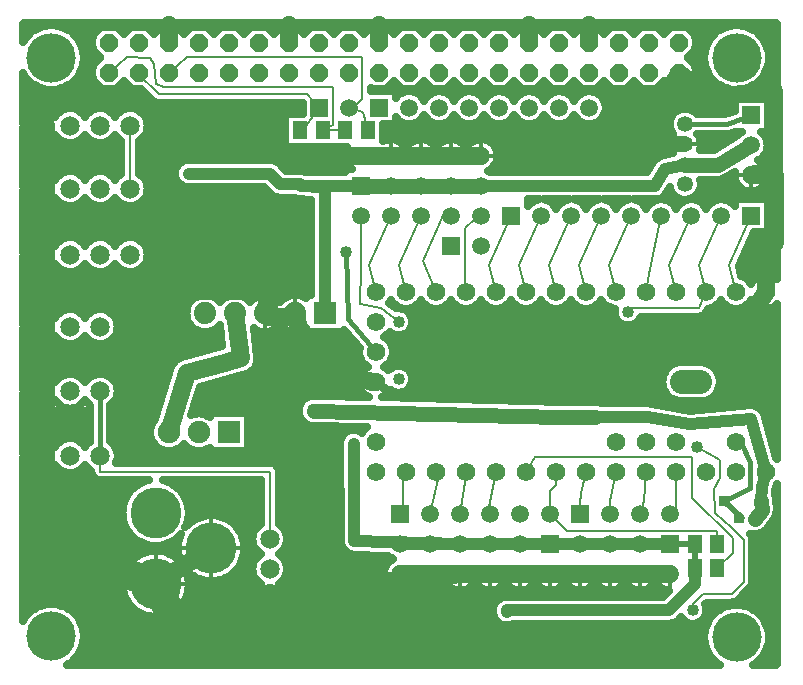
<source format=gbl>
G04 DipTrace 3.1.0.1*
G04 TeensyArbotixXYZRPIV0.3.gbl*
%MOIN*%
G04 #@! TF.FileFunction,Copper,L2,Bot*
G04 #@! TF.Part,Single*
%AMOUTLINE0*5,1,8,0,0,0.065199,-22.499571*%
G04 #@! TA.AperFunction,ViaPad*
%ADD13C,0.04*%
G04 #@! TA.AperFunction,Conductor*
%ADD14C,0.015*%
%ADD15C,0.02*%
%ADD16C,0.01*%
%ADD17C,0.008*%
G04 #@! TA.AperFunction,ViaPad*
%ADD18C,0.05*%
G04 #@! TA.AperFunction,Conductor*
%ADD19C,0.1*%
%ADD20C,0.06*%
%ADD21C,0.059055*%
%ADD24C,0.03*%
%ADD25C,0.05315*%
G04 #@! TA.AperFunction,CopperBalancing*
%ADD26C,0.025*%
%ADD27C,0.013*%
G04 #@! TA.AperFunction,ComponentPad*
%ADD32R,0.059055X0.059055*%
%ADD33C,0.059055*%
%ADD35R,0.035433X0.037402*%
G04 #@! TA.AperFunction,ComponentPad*
%ADD36C,0.17*%
%ADD38C,0.065199*%
%ADD40C,0.05315*%
%ADD42R,0.074803X0.074803*%
%ADD43C,0.074803*%
%ADD45R,0.051181X0.059055*%
%ADD46R,0.035433X0.027559*%
G04 #@! TA.AperFunction,ComponentPad*
%ADD49O,0.14X0.08*%
%ADD50C,0.06194*%
%ADD51R,0.074X0.074*%
%ADD52C,0.074*%
G04 #@! TA.AperFunction,ViaPad*
%ADD54C,0.165*%
G04 #@! TA.AperFunction,ComponentPad*
%ADD111OUTLINE0*%
%FSLAX26Y26*%
G04*
G70*
G90*
G75*
G01*
G04 Bottom*
%LPD*%
X2293701Y838701D2*
D13*
X2393701D1*
X2493701D1*
X2593701D1*
X1893701D2*
X1993701D1*
X2093701D1*
X2193701D1*
X1893701D2*
X1541357Y849628D1*
X1538701Y1173701D1*
X2593701Y838701D2*
D15*
X2676299D1*
Y758701D1*
X2193701Y838701D2*
D13*
X2293701D1*
X1693701D2*
X1793701D1*
X1893701D1*
X2676299Y758701D2*
Y706299D1*
X2588701Y618701D1*
X2048701D1*
Y613701D1*
X1613404Y1480033D2*
D14*
X1518701Y1588701D1*
X1513701Y1813701D1*
X1563701Y2033701D2*
D18*
X1663701D1*
X1763701D1*
X1863701D1*
X1963701D1*
X2896054Y983324D2*
D13*
X2899744Y1028167D1*
X2913404Y1080033D1*
X2643701Y2103701D2*
D18*
X2752630D1*
X2863701Y2168701D1*
X2913404Y1080033D2*
D13*
X2863784Y1256595D1*
X2658670Y1237982D1*
X2517292Y1263701D1*
X2343701D1*
D18*
X2224477D1*
X1405634Y1282352D1*
X2896054Y983324D2*
X2898315Y952137D1*
X2875649Y921436D1*
X1563701Y2033701D2*
D13*
X1443335D1*
X1364701D1*
X1359701Y2038701D1*
X1294701D1*
X1259701Y2073701D1*
X988701D1*
X1433701Y2028701D2*
X1364701Y2033701D1*
X1443335Y1607704D2*
Y2033701D1*
X1963701D2*
X2543787D1*
X2575091Y2087922D1*
X2643701Y2103701D1*
X1763701Y1933701D2*
D17*
X1690987Y1768701D1*
X1713404Y1680033D1*
X1563701Y1933701D2*
Y1757596D1*
X1559603Y1640250D1*
X1629830Y1626302D1*
X1688701Y1579654D1*
X2863701Y1933701D2*
X2790987Y1768701D1*
X2813404Y1680033D1*
X2763701Y1933701D2*
X2690987Y1768701D1*
X2713404Y1680033D1*
X2453701Y1613701D2*
Y1626469D1*
X2688717D1*
X2713404Y1680033D1*
X1863701Y1933701D2*
X1843183Y1948357D1*
X1770469Y1783357D1*
X1813404Y1680033D1*
X1663701Y1933701D2*
X1590987Y1768701D1*
X1613404Y1680033D1*
X1693701Y938701D2*
X1703421Y948421D1*
Y1080033D1*
X1713404D1*
X1793701Y938701D2*
X1822679Y1067679D1*
X1813404Y1080033D1*
X1893701Y938701D2*
X1913404Y1067492D1*
Y1080033D1*
X1993701Y938701D2*
X1978446D1*
X1986074Y946328D1*
X1995345Y997324D1*
X2013404Y1080033D1*
X2751103Y758701D2*
X2802788Y810386D1*
Y859614D1*
X2668243Y994159D1*
Y1128701D1*
X2143488D1*
X2113404Y1080033D1*
X2213404D2*
Y1035404D1*
X2193701Y1015701D1*
Y938701D1*
X2248701Y883701D1*
X2751103D1*
Y838701D1*
X2663701Y1933701D2*
X2590987Y1768701D1*
X2613404Y1680033D1*
X2293701Y938701D2*
X2291676Y971058D1*
X2296154Y1008379D1*
X2313404Y1080033D1*
X2393701Y938701D2*
Y981785D1*
X2413404Y1080033D1*
X2493701Y938701D2*
X2506420Y982848D1*
X2513404Y1080033D1*
X2593701Y938701D2*
X2613404Y958404D1*
Y1080033D1*
X2563701Y1933701D2*
X2523701Y1738701D1*
X2513404Y1680033D1*
X2463701Y1933701D2*
X2390987Y1768701D1*
X2413404Y1680033D1*
X2363701Y1933701D2*
X2290987Y1768701D1*
X2313404Y1680033D1*
X2263701Y1933701D2*
X2190987Y1768701D1*
X2213404Y1680033D1*
X2163701Y1933701D2*
X2090987Y1768701D1*
X2113404Y1680033D1*
X2063701Y1933701D2*
X1990987Y1768701D1*
X2013404Y1680033D1*
X1963701Y1933701D2*
X1944170Y1921286D1*
X1910034Y1893759D1*
Y1680033D1*
X1913404D1*
X693701Y1348701D2*
D14*
Y1133701D1*
D17*
Y1080660D1*
X1259574D1*
Y855848D1*
X493701Y1563701D2*
D19*
Y1348701D1*
Y1133701D1*
X878701Y706851D2*
D20*
X1063740Y824961D1*
X878701Y706851D2*
D19*
X963701Y533701D1*
X1259574Y655848D1*
X2293701Y738701D2*
D21*
X2393701D1*
X2493701D1*
X2593701D1*
X1563701Y2133701D2*
X1663701D1*
X1763701D1*
X1863701D1*
X1963701D1*
X2863701Y2068701D2*
X2938701Y2084755D1*
Y2348684D1*
X2728701Y2328701D1*
D20*
X2675889Y2364889D1*
X2623229Y2410630D1*
X2863701Y2068701D2*
D21*
X2943701D1*
D20*
Y1843701D1*
X2913404Y1813404D1*
Y1680033D1*
X1563701Y2133701D2*
X1427806D1*
X1278193Y2149368D1*
X1204566Y2260201D1*
X902201D1*
X848701Y2313701D1*
X658280D1*
D13*
Y2568994D1*
X923229D1*
X1323229D1*
X1623229D1*
X2123229D1*
X2323229D1*
X2697654D1*
Y2364889D1*
X2675889D1*
X923229Y2510630D2*
D20*
Y2568994D1*
X1323229Y2510630D2*
Y2568994D1*
X1623229Y2510630D2*
Y2568994D1*
X2123229Y2510630D2*
Y2568994D1*
X2323229Y2510630D2*
Y2568994D1*
X493701Y1133701D2*
D19*
Y1480462D1*
D20*
X778701D1*
X850693Y1495652D1*
X922159Y1510076D1*
Y1683701D1*
X1257120D1*
Y1596525D1*
X1350290D1*
X1343335Y1607704D1*
X1243335D2*
X1257120Y1683701D1*
X1343335Y1607704D2*
X1391086Y1441093D1*
X1601202Y1380033D1*
X1613404D1*
X1259574Y655848D2*
X1648559D1*
X1660996Y705996D1*
D21*
X1893701Y738701D1*
X1993701D1*
X2093701D1*
X2193701D1*
X878701Y706851D2*
D19*
X518701Y828701D1*
X493701Y843701D1*
Y1133701D1*
Y2233701D2*
Y2023701D1*
Y1803701D1*
Y1563701D1*
X2193701Y738701D2*
D21*
X2293701D1*
X1693701D2*
X1793701D1*
X1893701D1*
X493701Y2233701D2*
D20*
Y2318701D1*
X636638D1*
X658280Y2313701D1*
X1613404Y1380033D2*
D24*
X1667596Y1339109D1*
X2507574D1*
D16*
X2523293Y1403148D1*
X2553055Y1501130D1*
X2780116Y1476357D1*
D20*
X2913404Y1680033D1*
X2623229Y2410630D2*
X2498701Y2178701D1*
X2587160Y2175651D1*
D25*
X2643701Y2173701D1*
Y2238701D2*
D14*
X2783701D1*
X2863701Y2268701D1*
X2681974Y1162998D2*
D17*
X2758701Y1118701D1*
X2761309Y1057672D1*
X2738701Y1023701D1*
X2743701Y943701D1*
X2798701Y893701D1*
X2838701Y853701D1*
Y713701D1*
X2798701Y673701D1*
X2703701D1*
X2668701Y638701D1*
Y618701D1*
X823229Y2410630D2*
X817302Y2410100D1*
X888701Y2338701D1*
X1382025D1*
X1423701Y2293701D1*
X1371299Y2218701D1*
X1361299D1*
X723229Y2410630D2*
X783156Y2461974D1*
X860736Y2459958D1*
X874843Y2440815D1*
X878873Y2372302D1*
X905068Y2363701D1*
X1469381D1*
Y2236247D1*
X1436103Y2218701D1*
X1511299D1*
X923229Y2410630D2*
X984458Y2460966D1*
X1567023D1*
Y2322933D1*
X1537790Y2293701D1*
X1523701D1*
X1570045Y2278601D1*
X1586103Y2218701D1*
X922963Y1211487D2*
D20*
X981975Y1409305D1*
X1110574Y1443763D1*
X1162441Y1457660D1*
X1143335Y1607704D1*
X2813404Y1180033D2*
D14*
X2824613D1*
X2830920Y1174450D1*
X2860903Y1111158D1*
Y1026158D1*
X2772038Y983324D1*
D15*
X2831604Y927076D1*
X2824467Y921436D1*
X793701Y2233701D2*
D17*
Y2023701D1*
D13*
X1513701Y1813701D3*
D18*
X1405634Y1282352D3*
D13*
X1688701Y1579654D3*
X2453701Y1613701D3*
X2681974Y1162998D3*
X2668701Y618701D3*
D54*
X2814961Y528402D3*
X531496Y531496D3*
Y2460630D3*
X2814961D3*
D13*
X1688701Y1388701D3*
X1538701Y1173701D3*
D18*
X1433701Y2028701D3*
D13*
X2048701Y613701D3*
X988701Y2073701D3*
X438719Y2551332D2*
D26*
X470357D1*
X592626D2*
X682791D1*
X763686D2*
X782764D1*
X863695D2*
X882774D1*
X963669D2*
X982783D1*
X1063678D2*
X1082792D1*
X1163687D2*
X1182765D1*
X1263696D2*
X1282775D1*
X1363670D2*
X1382784D1*
X1463679D2*
X1482757D1*
X1563688D2*
X1582766D1*
X1663697D2*
X1682776D1*
X1763671D2*
X1782785D1*
X1863680D2*
X1882758D1*
X1963689D2*
X1982767D1*
X2063698D2*
X2082777D1*
X2163672D2*
X2182786D1*
X2263681D2*
X2282759D1*
X2363690D2*
X2382769D1*
X2463699D2*
X2482778D1*
X2563673D2*
X2582787D1*
X2663682D2*
X2753847D1*
X2876081D2*
X2948698D1*
X619611Y2526463D2*
X665315D1*
X2681122D2*
X2726862D1*
X2903065D2*
X2948698D1*
X633929Y2501595D2*
X665100D1*
X2681337D2*
X2712544D1*
X2917383D2*
X2948698D1*
X640783Y2476726D2*
X675973D1*
X2670464D2*
X2705654D1*
X2924237D2*
X2948698D1*
X641644Y2451857D2*
X683293D1*
X2663144D2*
X2704829D1*
X2925098D2*
X2948698D1*
X636620Y2426988D2*
X665423D1*
X2681050D2*
X2709817D1*
X2920075D2*
X2948698D1*
X624778Y2402120D2*
X665100D1*
X2681337D2*
X2721695D1*
X2908233D2*
X2948698D1*
X438719Y2377251D2*
X460345D1*
X602638D2*
X675435D1*
X2671002D2*
X2743835D1*
X2886092D2*
X2948698D1*
X438719Y2352382D2*
X830813D1*
X1599034D2*
X2948698D1*
X438719Y2327513D2*
X855681D1*
X2369611D2*
X2948698D1*
X438719Y2302645D2*
X1366170D1*
X2380484D2*
X2806166D1*
X2921223D2*
X2948698D1*
X438719Y2277776D2*
X453348D1*
X534063D2*
X553357D1*
X634072D2*
X653330D1*
X734046D2*
X753339D1*
X834055D2*
X1366170D1*
X2378869D2*
X2606793D1*
X2680619D2*
X2791418D1*
X2921223D2*
X2948698D1*
X851028Y2252907D2*
X1307714D1*
X1763132D2*
X1784256D1*
X1863142D2*
X1884265D1*
X1963115D2*
X1984275D1*
X2063124D2*
X2084284D1*
X2163134D2*
X2184257D1*
X2263143D2*
X2284266D1*
X2363116D2*
X2591112D1*
X2921223D2*
X2948698D1*
X854007Y2228038D2*
X1307714D1*
X1639691D2*
X2590215D1*
X2921223D2*
X2948698D1*
X845646Y2203170D2*
X1307714D1*
X1639691D2*
X2598253D1*
X2689124D2*
X2818295D1*
X2909094D2*
X2948698D1*
X438719Y2178301D2*
X473694D1*
X513717D2*
X573703D1*
X613690D2*
X673712D1*
X713699D2*
X761700D1*
X825694D2*
X1307714D1*
X1698433D2*
X1728959D1*
X1798443D2*
X1828968D1*
X1898416D2*
X1928977D1*
X1998425D2*
X2589318D1*
X2698059D2*
X2777638D1*
X2920398D2*
X2948698D1*
X438719Y2153432D2*
X761700D1*
X825694D2*
X1509850D1*
X2017587D2*
X2593229D1*
X2919070D2*
X2948698D1*
X438719Y2128563D2*
X761700D1*
X825694D2*
X1506405D1*
X2020996D2*
X2552142D1*
X2903855D2*
X2948698D1*
X438719Y2103694D2*
X761700D1*
X825694D2*
X951994D1*
X1296566D2*
X1515089D1*
X2012312D2*
X2529176D1*
X2908663D2*
X2948698D1*
X438719Y2078826D2*
X472833D1*
X514542D2*
X572842D1*
X614551D2*
X672851D1*
X714561D2*
X761700D1*
X825694D2*
X940978D1*
X2920290D2*
X2948698D1*
X845789Y2053957D2*
X945212D1*
X2763835D2*
X2808176D1*
X2919213D2*
X2948698D1*
X854043Y2029088D2*
X977257D1*
X2697377D2*
X2822996D1*
X2904393D2*
X2948698D1*
X850921Y2004219D2*
X1262500D1*
X2580933D2*
X2602164D1*
X2685213D2*
X2948698D1*
X438719Y1979351D2*
X453671D1*
X533740D2*
X553680D1*
X633749D2*
X653653D1*
X733723D2*
X753662D1*
X833732D2*
X1395343D1*
X2196936D2*
X2230476D1*
X2296946D2*
X2330485D1*
X2396919D2*
X2430459D1*
X2496928D2*
X2530468D1*
X2596937D2*
X2630477D1*
X2696911D2*
X2730486D1*
X2921223D2*
X2948698D1*
X438719Y1954482D2*
X1395343D1*
X2921223D2*
X2948698D1*
X438719Y1929613D2*
X1395343D1*
X2921223D2*
X2948698D1*
X438719Y1904744D2*
X1395343D1*
X2921223D2*
X2948698D1*
X438719Y1879876D2*
X1395343D1*
X2921223D2*
X2948698D1*
X438719Y1855007D2*
X463933D1*
X523477D2*
X563943D1*
X623451D2*
X663952D1*
X723460D2*
X763925D1*
X823469D2*
X1395343D1*
X2863772D2*
X2948698D1*
X847942Y1830138D2*
X1395343D1*
X2852792D2*
X2948698D1*
X854294Y1805269D2*
X1395343D1*
X2841847D2*
X2948698D1*
X849413Y1780400D2*
X1395343D1*
X2830866D2*
X2948698D1*
X438719Y1755532D2*
X458730D1*
X528681D2*
X558704D1*
X628690D2*
X658713D1*
X728699D2*
X758722D1*
X828672D2*
X1395343D1*
X2827242D2*
X2948698D1*
X438719Y1730663D2*
X1395343D1*
X2840914D2*
X2885901D1*
X438719Y1705794D2*
X1395343D1*
X438719Y1680925D2*
X1395343D1*
X438719Y1656057D2*
X1001227D1*
X1085424D2*
X1101237D1*
X1185433D2*
X1201246D1*
X1285442D2*
X1301219D1*
X438719Y1631188D2*
X982926D1*
X1744257D2*
X1782570D1*
X1844231D2*
X1882579D1*
X1944240D2*
X1982552D1*
X2044249D2*
X2082561D1*
X2144258D2*
X2182571D1*
X2244232D2*
X2282580D1*
X2344241D2*
X2382553D1*
X2744242D2*
X2782554D1*
X2844251D2*
X2882563D1*
X438719Y1606319D2*
X451679D1*
X535678D2*
X551706D1*
X635687D2*
X651715D1*
X735696D2*
X978333D1*
X1728074D2*
X2406309D1*
X2712772D2*
X2948698D1*
X751521Y1581450D2*
X984111D1*
X1736650D2*
X2419119D1*
X2488280D2*
X2948698D1*
X753854Y1556582D2*
X1004888D1*
X1281782D2*
X1304879D1*
X1730406D2*
X2948698D1*
X744703Y1531713D2*
X1094562D1*
X1211449D2*
X1522086D1*
X1645145D2*
X2948698D1*
X438719Y1506844D2*
X479256D1*
X508155D2*
X579265D1*
X608164D2*
X679239D1*
X708137D2*
X1097720D1*
X1214643D2*
X1543760D1*
X1665599D2*
X2948698D1*
X438719Y1481975D2*
X1036250D1*
X1217801D2*
X1554454D1*
X1672346D2*
X2948698D1*
X438719Y1457107D2*
X951277D1*
X1220456D2*
X1559298D1*
X1667501D2*
X2948698D1*
X438719Y1432238D2*
X928921D1*
X1214284D2*
X1580829D1*
X1645971D2*
X1672979D1*
X1704426D2*
X2591363D1*
X2735450D2*
X2948698D1*
X438719Y1407369D2*
X920990D1*
X1188411D2*
X1561487D1*
X1732703D2*
X2571376D1*
X2755438D2*
X2948698D1*
X743447Y1382500D2*
X913562D1*
X1098880D2*
X1554490D1*
X1736291D2*
X2565455D1*
X2761359D2*
X2948698D1*
X753603Y1357631D2*
X906134D1*
X1026968D2*
X1559083D1*
X1724449D2*
X2569366D1*
X2757447D2*
X2948698D1*
X752060Y1332763D2*
X898742D1*
X1019576D2*
X1400116D1*
X1412636D2*
X1580003D1*
X1646796D2*
X2585550D1*
X2741228D2*
X2948698D1*
X737562Y1307894D2*
X891314D1*
X1012148D2*
X1359567D1*
X2531090D2*
X2948698D1*
X438719Y1283025D2*
X658210D1*
X729201D2*
X883886D1*
X1004720D2*
X1352641D1*
X2903317D2*
X2948698D1*
X438719Y1258156D2*
X658210D1*
X729201D2*
X876458D1*
X1188375D2*
X1358813D1*
X2913113D2*
X2948698D1*
X438719Y1233288D2*
X658210D1*
X729201D2*
X861458D1*
X1188375D2*
X1391181D1*
X2920110D2*
X2948698D1*
X438719Y1208419D2*
X658210D1*
X729201D2*
X857619D1*
X1188375D2*
X1506800D1*
X2927072D2*
X2948698D1*
X438719Y1183550D2*
X461350D1*
X526061D2*
X561359D1*
X626034D2*
X658210D1*
X729201D2*
X864114D1*
X1188375D2*
X1491764D1*
X2934069D2*
X2948698D1*
X748651Y1158681D2*
X886290D1*
X959650D2*
X986300D1*
X1188375D2*
X1490831D1*
X754284Y1133813D2*
X1491011D1*
X1270443Y1108944D2*
X1491226D1*
X438719Y1084075D2*
X460991D1*
X526420D2*
X561000D1*
X626429D2*
X660973D1*
X1291363D2*
X1491441D1*
X438719Y1059206D2*
X670949D1*
X1291578D2*
X1491621D1*
X438719Y1034337D2*
X813912D1*
X943502D2*
X1227585D1*
X1291578D2*
X1491836D1*
X438719Y1009469D2*
X787860D1*
X969518D2*
X1227585D1*
X1291578D2*
X1492051D1*
X438719Y984600D2*
X773793D1*
X983584D2*
X1227585D1*
X1291578D2*
X1492267D1*
X438719Y959731D2*
X766975D1*
X990438D2*
X1227585D1*
X1291578D2*
X1492446D1*
X438719Y934862D2*
X766007D1*
X991407D2*
X1049743D1*
X1077709D2*
X1227585D1*
X1291578D2*
X1492661D1*
X438719Y909994D2*
X770779D1*
X1136810D2*
X1227585D1*
X1291578D2*
X1492877D1*
X2932490D2*
X2948698D1*
X438719Y885125D2*
X782119D1*
X1158915D2*
X1206880D1*
X1312248D2*
X1493056D1*
X2921366D2*
X2948698D1*
X438719Y860256D2*
X803039D1*
X1170936D2*
X1199129D1*
X1319999D2*
X1493271D1*
X2869980D2*
X2948698D1*
X438719Y835387D2*
X851411D1*
X906003D2*
X951241D1*
X1176247D2*
X1202681D1*
X1316446D2*
X1495640D1*
X2870698D2*
X2948698D1*
X438719Y810519D2*
X837954D1*
X919459D2*
X951671D1*
X1175780D2*
X1220731D1*
X1298432D2*
X1515591D1*
X2870698D2*
X2948698D1*
X438719Y785650D2*
X798733D1*
X1169500D2*
X1207203D1*
X1311961D2*
X1662501D1*
X2870698D2*
X2948698D1*
X438719Y760781D2*
X779750D1*
X1156187D2*
X1199200D1*
X1319963D2*
X1640791D1*
X2870698D2*
X2948698D1*
X438719Y735912D2*
X769595D1*
X1131678D2*
X1202502D1*
X1316661D2*
X1636234D1*
X2870698D2*
X2948698D1*
X438719Y711044D2*
X765791D1*
X991622D2*
X1220085D1*
X1299078D2*
X1643626D1*
X2870590D2*
X2948698D1*
X438719Y686175D2*
X767657D1*
X989757D2*
X1207526D1*
X1311638D2*
X1674809D1*
X1712608D2*
X1774783D1*
X1812617D2*
X1874792D1*
X1912590D2*
X1974801D1*
X2012599D2*
X2074810D1*
X2112609D2*
X2174784D1*
X2212618D2*
X2274793D1*
X2312591D2*
X2374802D1*
X2412600D2*
X2474811D1*
X2512610D2*
X2574785D1*
X2855411D2*
X2948698D1*
X438719Y661306D2*
X775516D1*
X981862D2*
X1199236D1*
X1319927D2*
X2030242D1*
X2830508D2*
X2948698D1*
X438719Y636437D2*
X503478D1*
X559505D2*
X791054D1*
X966360D2*
X1202322D1*
X1316841D2*
X2004298D1*
X2713095D2*
X2948698D1*
X438719Y611568D2*
X456505D1*
X606478D2*
X820228D1*
X937150D2*
X1219475D1*
X1299688D2*
X2000745D1*
X2716145D2*
X2743548D1*
X2886379D2*
X2948698D1*
X626824Y586700D2*
X2009573D1*
X2703549D2*
X2721551D1*
X2908376D2*
X2948698D1*
X637661Y561831D2*
X2709781D1*
X2920146D2*
X2948698D1*
X641859Y536962D2*
X2704793D1*
X2925134D2*
X2948698D1*
X640245Y512093D2*
X2705690D1*
X2924237D2*
X2948698D1*
X632494Y487225D2*
X2712616D1*
X2917311D2*
X2948698D1*
X616956Y462356D2*
X2727006D1*
X2902922D2*
X2948698D1*
X587172Y437487D2*
X2754170D1*
X2875758D2*
X2944679D1*
X2243699Y715723D2*
X2240100Y709118D1*
X2235748Y703203D1*
X2230646Y697920D1*
X2224887Y693364D1*
X2218572Y689615D1*
X2211815Y686740D1*
X2204735Y684791D1*
X2197458Y683802D1*
X2190114Y683790D1*
X2182835Y684757D1*
X2175748Y686684D1*
X2168982Y689538D1*
X2162656Y693267D1*
X2156882Y697806D1*
X2151765Y703073D1*
X2147394Y708974D1*
X2143705Y715726D1*
X2140100Y709118D1*
X2135748Y703203D1*
X2130646Y697920D1*
X2124887Y693364D1*
X2118572Y689615D1*
X2111815Y686740D1*
X2104735Y684791D1*
X2097458Y683802D1*
X2090114Y683790D1*
X2082835Y684757D1*
X2075748Y686684D1*
X2068982Y689538D1*
X2062656Y693267D1*
X2056882Y697806D1*
X2051765Y703073D1*
X2047394Y708974D1*
X2043705Y715726D1*
X2040100Y709118D1*
X2035748Y703203D1*
X2030646Y697920D1*
X2024887Y693364D1*
X2018572Y689615D1*
X2011815Y686740D1*
X2004735Y684791D1*
X1997458Y683802D1*
X1990114Y683790D1*
X1982835Y684757D1*
X1975748Y686684D1*
X1968982Y689538D1*
X1962656Y693267D1*
X1956882Y697806D1*
X1951765Y703073D1*
X1947394Y708974D1*
X1943705Y715726D1*
X1940100Y709118D1*
X1935748Y703203D1*
X1930646Y697920D1*
X1924887Y693364D1*
X1918572Y689615D1*
X1911815Y686740D1*
X1904735Y684791D1*
X1897458Y683802D1*
X1890114Y683790D1*
X1882835Y684757D1*
X1875748Y686684D1*
X1868982Y689538D1*
X1862656Y693267D1*
X1856882Y697806D1*
X1851765Y703073D1*
X1847394Y708974D1*
X1843705Y715726D1*
X1840100Y709118D1*
X1835748Y703203D1*
X1830646Y697920D1*
X1824887Y693364D1*
X1818572Y689615D1*
X1811815Y686740D1*
X1804735Y684791D1*
X1797458Y683802D1*
X1790114Y683790D1*
X1782835Y684757D1*
X1775748Y686684D1*
X1768982Y689538D1*
X1762656Y693267D1*
X1756882Y697806D1*
X1751765Y703073D1*
X1747394Y708974D1*
X1743705Y715726D1*
X1740100Y709118D1*
X1735748Y703203D1*
X1730646Y697920D1*
X1724887Y693364D1*
X1718572Y689615D1*
X1711815Y686740D1*
X1704735Y684791D1*
X1697458Y683802D1*
X1690114Y683790D1*
X1682835Y684757D1*
X1675748Y686684D1*
X1668982Y689538D1*
X1662656Y693267D1*
X1656882Y697806D1*
X1651765Y703073D1*
X1647394Y708974D1*
X1643848Y715405D1*
X1641190Y722250D1*
X1639467Y729389D1*
X1638710Y736693D1*
X1638932Y744034D1*
X1640130Y751279D1*
X1642282Y758300D1*
X1645350Y764972D1*
X1649279Y771177D1*
X1653998Y776803D1*
X1659425Y781750D1*
X1665463Y785931D1*
X1670727Y788697D1*
X1664949Y791782D1*
X1657963Y796858D1*
X1654023Y800621D1*
X1538159Y804240D1*
X1531098Y805299D1*
X1524290Y807450D1*
X1517902Y810639D1*
X1512092Y814788D1*
X1507002Y819795D1*
X1502758Y825537D1*
X1499465Y831871D1*
X1497203Y838643D1*
X1496028Y845686D1*
X1495633Y876813D1*
X1493313Y1176899D1*
X1494372Y1183960D1*
X1496523Y1190768D1*
X1499712Y1197156D1*
X1503861Y1202966D1*
X1508868Y1208056D1*
X1514610Y1212300D1*
X1520945Y1215594D1*
X1527717Y1217855D1*
X1534759Y1219030D1*
X1541899Y1219089D1*
X1548960Y1218030D1*
X1555768Y1215879D1*
X1562156Y1212690D1*
X1565154Y1210721D1*
X1567719Y1213225D1*
X1573474Y1219963D1*
X1580212Y1225718D1*
X1583309Y1227787D1*
X1400526Y1232111D1*
X1392730Y1233528D1*
X1385251Y1236148D1*
X1378274Y1239905D1*
X1371971Y1244708D1*
X1366497Y1250438D1*
X1361986Y1256953D1*
X1358550Y1264094D1*
X1356274Y1271684D1*
X1355212Y1279537D1*
X1355393Y1287459D1*
X1356810Y1295256D1*
X1359430Y1302735D1*
X1363188Y1309712D1*
X1367990Y1316015D1*
X1373720Y1321489D1*
X1380235Y1326000D1*
X1387376Y1329436D1*
X1394966Y1331712D1*
X1402819Y1332774D1*
X1434336Y1332211D1*
X1589925Y1328668D1*
X1584177Y1331715D1*
X1578154Y1335917D1*
X1572727Y1340864D1*
X1567988Y1346474D1*
X1564017Y1352652D1*
X1560881Y1359293D1*
X1558634Y1366285D1*
X1557313Y1373509D1*
X1556940Y1380843D1*
X1557523Y1388164D1*
X1559051Y1395347D1*
X1561498Y1402271D1*
X1564823Y1408819D1*
X1568969Y1414881D1*
X1573867Y1420353D1*
X1579434Y1425142D1*
X1585575Y1429169D1*
X1587157Y1430032D1*
X1580212Y1434348D1*
X1573474Y1440103D1*
X1567719Y1446841D1*
X1563089Y1454396D1*
X1559698Y1462583D1*
X1557630Y1471199D1*
X1556935Y1480033D1*
X1557630Y1488867D1*
X1558349Y1492979D1*
X1505845Y1553225D1*
X1505835Y1545204D1*
X1380835D1*
Y1557727D1*
X1375571Y1554159D1*
X1369067Y1550747D1*
X1362208Y1548121D1*
X1355088Y1546319D1*
X1347805Y1545364D1*
X1340461Y1545270D1*
X1333156Y1546038D1*
X1325992Y1547658D1*
X1319068Y1550107D1*
X1312478Y1553352D1*
X1306315Y1557347D1*
X1300663Y1562038D1*
X1295601Y1567359D1*
X1293214Y1570043D1*
X1288451Y1564451D1*
X1283066Y1559457D1*
X1277131Y1555129D1*
X1270730Y1551528D1*
X1263951Y1548702D1*
X1256887Y1546691D1*
X1249635Y1545522D1*
X1242297Y1545212D1*
X1234973Y1545766D1*
X1227765Y1547174D1*
X1220771Y1549419D1*
X1214089Y1552468D1*
X1207811Y1556281D1*
X1205635Y1557863D1*
X1217877Y1460330D1*
X1217612Y1451625D1*
X1215989Y1443069D1*
X1213047Y1434871D1*
X1208859Y1427236D1*
X1203528Y1420349D1*
X1197185Y1414381D1*
X1189987Y1409478D1*
X1182111Y1405763D1*
X1167932Y1401674D1*
X1026326Y1363731D1*
X998118Y1269269D1*
X1003526Y1271310D1*
X1013123Y1273614D1*
X1022963Y1274389D1*
X1032803Y1273614D1*
X1042401Y1271310D1*
X1051520Y1267533D1*
X1060072Y1262268D1*
X1060062Y1274388D1*
X1185865D1*
Y1148585D1*
X1060062D1*
X1059936Y1160599D1*
X1051520Y1155441D1*
X1042401Y1151664D1*
X1032803Y1149360D1*
X1022963Y1148586D1*
X1013123Y1149360D1*
X1003526Y1151664D1*
X994407Y1155441D1*
X985991Y1160599D1*
X978485Y1167009D1*
X972995Y1173348D1*
X967442Y1167009D1*
X959936Y1160599D1*
X951520Y1155441D1*
X942401Y1151664D1*
X932803Y1149360D1*
X922963Y1148586D1*
X913123Y1149360D1*
X903526Y1151664D1*
X894407Y1155441D1*
X885991Y1160599D1*
X878485Y1167009D1*
X872075Y1174514D1*
X866918Y1182930D1*
X863141Y1192049D1*
X860836Y1201647D1*
X860062Y1211487D1*
X860836Y1221327D1*
X863141Y1230925D1*
X866918Y1240044D1*
X872075Y1248460D1*
X878237Y1255696D1*
X930161Y1429194D1*
X933911Y1437055D1*
X938844Y1444232D1*
X944838Y1450549D1*
X951748Y1455851D1*
X959401Y1460007D1*
X967611Y1462914D1*
X1101235Y1498718D1*
X1092332Y1568866D1*
X1087529Y1563509D1*
X1080071Y1557140D1*
X1071709Y1552016D1*
X1062648Y1548263D1*
X1053112Y1545973D1*
X1043335Y1545204D1*
X1033558Y1545973D1*
X1024021Y1548263D1*
X1014960Y1552016D1*
X1006598Y1557140D1*
X999141Y1563509D1*
X992771Y1570967D1*
X987647Y1579329D1*
X983894Y1588390D1*
X981604Y1597926D1*
X980835Y1607704D1*
X981604Y1617481D1*
X983894Y1627017D1*
X987647Y1636078D1*
X992771Y1644440D1*
X999141Y1651898D1*
X1006598Y1658267D1*
X1014960Y1663392D1*
X1024021Y1667145D1*
X1033558Y1669434D1*
X1043335Y1670204D1*
X1053112Y1669434D1*
X1062648Y1667145D1*
X1071709Y1663392D1*
X1080071Y1658267D1*
X1087529Y1651898D1*
X1093317Y1645178D1*
X1099141Y1651898D1*
X1106598Y1658267D1*
X1114960Y1663392D1*
X1124021Y1667145D1*
X1133558Y1669434D1*
X1143335Y1670204D1*
X1153112Y1669434D1*
X1162648Y1667145D1*
X1171709Y1663392D1*
X1180071Y1658267D1*
X1187529Y1651898D1*
X1193317Y1645178D1*
X1198384Y1651128D1*
X1203788Y1656101D1*
X1209739Y1660406D1*
X1216154Y1663984D1*
X1222944Y1666784D1*
X1230016Y1668768D1*
X1237272Y1669909D1*
X1244611Y1670191D1*
X1251933Y1669609D1*
X1259136Y1668173D1*
X1266121Y1665902D1*
X1272791Y1662827D1*
X1279054Y1658991D1*
X1284824Y1654446D1*
X1290021Y1649256D1*
X1293330Y1645205D1*
X1298384Y1651128D1*
X1303788Y1656101D1*
X1309739Y1660406D1*
X1316154Y1663984D1*
X1322944Y1666784D1*
X1330016Y1668768D1*
X1337272Y1669909D1*
X1344611Y1670191D1*
X1351933Y1669609D1*
X1359136Y1668173D1*
X1366121Y1665902D1*
X1372791Y1662827D1*
X1379054Y1658991D1*
X1380837Y1657697D1*
X1380835Y1670204D1*
X1397808D1*
X1397835Y1985672D1*
X1357862Y1988718D1*
X1350909Y1990342D1*
X1344284Y1993040D1*
X1322956Y1993201D1*
X1291131Y1993341D1*
X1284079Y1994458D1*
X1277289Y1996664D1*
X1270927Y1999906D1*
X1265151Y2004102D1*
X1240833Y2028222D1*
X985131Y2028341D1*
X978079Y2029458D1*
X971289Y2031664D1*
X964927Y2034906D1*
X959151Y2039102D1*
X954102Y2044151D1*
X949906Y2049927D1*
X946664Y2056289D1*
X944458Y2063079D1*
X943341Y2070131D1*
Y2077271D1*
X944458Y2084323D1*
X946664Y2091113D1*
X949906Y2097475D1*
X954102Y2103251D1*
X959151Y2108300D1*
X964927Y2112496D1*
X971289Y2115738D1*
X978079Y2117944D1*
X985131Y2119061D1*
X1016260Y2119201D1*
X1263271Y2119061D1*
X1270323Y2117944D1*
X1277113Y2115738D1*
X1283475Y2112496D1*
X1289251Y2108300D1*
X1313569Y2084180D1*
X1363271Y2084061D1*
X1370323Y2082944D1*
X1377113Y2080738D1*
X1380370Y2079235D1*
X1508680Y2079201D1*
X1508674Y2088728D1*
X1531962D1*
X1525538Y2094058D1*
X1520599Y2099492D1*
X1516428Y2105536D1*
X1513098Y2112082D1*
X1510670Y2119012D1*
X1509186Y2126205D1*
X1508674Y2133530D1*
X1509141Y2140859D1*
X1510580Y2148060D1*
X1512965Y2155006D1*
X1516254Y2161572D1*
X1517561Y2163674D1*
X1310209Y2163673D1*
Y2273729D1*
X1368664D1*
X1368674Y2309186D1*
X886386Y2309292D1*
X881814Y2310016D1*
X877412Y2311446D1*
X873287Y2313548D1*
X869542Y2316269D1*
X830668Y2355014D1*
X808753Y2355091D1*
X804801Y2355717D1*
X800995Y2356953D1*
X797430Y2358770D1*
X794193Y2361122D1*
X773715Y2381600D1*
X772737Y2381594D1*
X752265Y2361122D1*
X749027Y2358770D1*
X745462Y2356953D1*
X741656Y2355717D1*
X737704Y2355091D1*
X708753D1*
X704801Y2355717D1*
X700995Y2356953D1*
X697430Y2358770D1*
X694193Y2361122D1*
X673720Y2381594D1*
X671368Y2384831D1*
X669551Y2388397D1*
X668315Y2392202D1*
X667689Y2396154D1*
Y2425106D1*
X668315Y2429058D1*
X669551Y2432864D1*
X671368Y2436429D1*
X673720Y2439666D1*
X694199Y2460144D1*
X694192Y2461122D1*
X673720Y2481594D1*
X671368Y2484831D1*
X669552Y2488397D1*
X668315Y2492202D1*
X667689Y2496154D1*
Y2525106D1*
X668315Y2529058D1*
X669552Y2532864D1*
X671368Y2536429D1*
X673720Y2539666D1*
X694193Y2560139D1*
X697430Y2562491D1*
X700995Y2564307D1*
X704801Y2565544D1*
X708753Y2566170D1*
X737704D1*
X741656Y2565544D1*
X745462Y2564307D1*
X749027Y2562491D1*
X752265Y2560139D1*
X772742Y2539660D1*
X773720Y2539666D1*
X794193Y2560139D1*
X797430Y2562491D1*
X800995Y2564307D1*
X804801Y2565544D1*
X808753Y2566170D1*
X837704D1*
X841656Y2565544D1*
X845462Y2564307D1*
X849027Y2562491D1*
X852265Y2560139D1*
X872742Y2539660D1*
X873953Y2539934D1*
X894484Y2560384D1*
X899074Y2563416D1*
X904208Y2565394D1*
X909646Y2566224D1*
X938084Y2566137D1*
X943474Y2565036D1*
X948502Y2562804D1*
X952935Y2559546D1*
X972987Y2539369D1*
X973720Y2539666D1*
X994192Y2560139D1*
X997430Y2562491D1*
X1000995Y2564307D1*
X1004801Y2565544D1*
X1008753Y2566170D1*
X1037704D1*
X1041656Y2565544D1*
X1045462Y2564307D1*
X1049027Y2562491D1*
X1052265Y2560139D1*
X1072742Y2539660D1*
X1073720Y2539666D1*
X1094192Y2560139D1*
X1097430Y2562491D1*
X1100995Y2564307D1*
X1104801Y2565544D1*
X1108753Y2566170D1*
X1137704D1*
X1141657Y2565544D1*
X1145462Y2564307D1*
X1149027Y2562491D1*
X1152265Y2560139D1*
X1172742Y2539660D1*
X1173720Y2539666D1*
X1194192Y2560139D1*
X1197430Y2562491D1*
X1200995Y2564307D1*
X1204801Y2565544D1*
X1208753Y2566170D1*
X1237704D1*
X1241657Y2565544D1*
X1245462Y2564307D1*
X1249027Y2562491D1*
X1252265Y2560139D1*
X1272742Y2539660D1*
X1274313Y2540336D1*
X1294484Y2560384D1*
X1299074Y2563416D1*
X1304207Y2565394D1*
X1309645Y2566224D1*
X1338084Y2566137D1*
X1343474Y2565036D1*
X1348502Y2562804D1*
X1352934Y2559546D1*
X1372987Y2539369D1*
X1373720Y2539666D1*
X1394192Y2560139D1*
X1397430Y2562491D1*
X1400995Y2564307D1*
X1404801Y2565544D1*
X1408753Y2566170D1*
X1437704D1*
X1441657Y2565544D1*
X1445462Y2564307D1*
X1449027Y2562491D1*
X1452265Y2560139D1*
X1472742Y2539660D1*
X1473720Y2539666D1*
X1494192Y2560139D1*
X1497430Y2562491D1*
X1500995Y2564307D1*
X1504801Y2565544D1*
X1508753Y2566170D1*
X1537704D1*
X1541657Y2565544D1*
X1545462Y2564307D1*
X1549027Y2562491D1*
X1552265Y2560139D1*
X1572742Y2539660D1*
X1574313Y2540336D1*
X1594484Y2560384D1*
X1599074Y2563416D1*
X1604207Y2565394D1*
X1609645Y2566224D1*
X1638084Y2566137D1*
X1643474Y2565036D1*
X1648502Y2562804D1*
X1652934Y2559546D1*
X1672987Y2539369D1*
X1673720Y2539666D1*
X1694192Y2560139D1*
X1697430Y2562491D1*
X1700995Y2564307D1*
X1704801Y2565544D1*
X1708753Y2566170D1*
X1737704D1*
X1741657Y2565544D1*
X1745462Y2564307D1*
X1749027Y2562491D1*
X1752265Y2560139D1*
X1772742Y2539660D1*
X1773720Y2539666D1*
X1794193Y2560139D1*
X1797430Y2562491D1*
X1800995Y2564307D1*
X1804801Y2565544D1*
X1808753Y2566170D1*
X1837704D1*
X1841657Y2565544D1*
X1845462Y2564307D1*
X1849027Y2562491D1*
X1852265Y2560139D1*
X1872742Y2539660D1*
X1873720Y2539666D1*
X1894193Y2560139D1*
X1897430Y2562491D1*
X1900995Y2564307D1*
X1904801Y2565544D1*
X1908753Y2566170D1*
X1937704D1*
X1941657Y2565544D1*
X1945462Y2564307D1*
X1949027Y2562491D1*
X1952265Y2560139D1*
X1972742Y2539660D1*
X1973720Y2539666D1*
X1994193Y2560139D1*
X1997430Y2562491D1*
X2000995Y2564307D1*
X2004801Y2565544D1*
X2008753Y2566170D1*
X2037704D1*
X2041657Y2565544D1*
X2045462Y2564307D1*
X2049027Y2562491D1*
X2052265Y2560139D1*
X2072742Y2539660D1*
X2074313Y2540336D1*
X2094484Y2560384D1*
X2099074Y2563416D1*
X2104208Y2565394D1*
X2109646Y2566224D1*
X2138084Y2566137D1*
X2143474Y2565036D1*
X2148502Y2562804D1*
X2152934Y2559546D1*
X2172987Y2539369D1*
X2173720Y2539666D1*
X2194193Y2560139D1*
X2197430Y2562491D1*
X2200995Y2564307D1*
X2204801Y2565544D1*
X2208753Y2566170D1*
X2237704D1*
X2241656Y2565544D1*
X2245462Y2564307D1*
X2249027Y2562491D1*
X2252265Y2560139D1*
X2272742Y2539660D1*
X2274313Y2540336D1*
X2294484Y2560384D1*
X2299074Y2563416D1*
X2304208Y2565394D1*
X2309646Y2566224D1*
X2338084Y2566137D1*
X2343474Y2565036D1*
X2348502Y2562804D1*
X2352934Y2559546D1*
X2372987Y2539369D1*
X2373720Y2539666D1*
X2394193Y2560139D1*
X2397430Y2562491D1*
X2400995Y2564307D1*
X2404801Y2565544D1*
X2408753Y2566170D1*
X2437704D1*
X2441656Y2565544D1*
X2445462Y2564307D1*
X2449027Y2562491D1*
X2452265Y2560139D1*
X2472742Y2539660D1*
X2473720Y2539666D1*
X2494193Y2560139D1*
X2497430Y2562491D1*
X2500995Y2564307D1*
X2504801Y2565544D1*
X2508753Y2566170D1*
X2537704D1*
X2541656Y2565544D1*
X2545462Y2564307D1*
X2549027Y2562491D1*
X2552265Y2560139D1*
X2572742Y2539660D1*
X2573720Y2539666D1*
X2594193Y2560139D1*
X2597430Y2562491D1*
X2600995Y2564307D1*
X2604801Y2565544D1*
X2608753Y2566170D1*
X2637704D1*
X2641656Y2565544D1*
X2645462Y2564307D1*
X2649027Y2562491D1*
X2652265Y2560139D1*
X2672737Y2539666D1*
X2675089Y2536429D1*
X2676906Y2532864D1*
X2678142Y2529058D1*
X2678768Y2525106D1*
Y2496154D1*
X2678142Y2492202D1*
X2676906Y2488397D1*
X2675089Y2484831D1*
X2672737Y2481594D1*
X2652258Y2461117D1*
X2652934Y2459546D1*
X2672982Y2439375D1*
X2676015Y2434785D1*
X2677992Y2429651D1*
X2678823Y2424213D1*
X2678781Y2396319D1*
X2677795Y2390907D1*
X2675672Y2385833D1*
X2672505Y2381326D1*
X2651973Y2360876D1*
X2647383Y2357844D1*
X2642250Y2355866D1*
X2636812Y2355036D1*
X2608373Y2355123D1*
X2602983Y2356225D1*
X2597955Y2358456D1*
X2593523Y2361714D1*
X2573470Y2381891D1*
X2572737Y2381594D1*
X2552265Y2361122D1*
X2549027Y2358770D1*
X2545462Y2356953D1*
X2541657Y2355716D1*
X2537704Y2355091D1*
X2508753D1*
X2504801Y2355716D1*
X2500995Y2356953D1*
X2497430Y2358770D1*
X2494192Y2361122D1*
X2473715Y2381600D1*
X2472737Y2381594D1*
X2452265Y2361122D1*
X2449027Y2358770D1*
X2445462Y2356953D1*
X2441657Y2355716D1*
X2437704Y2355091D1*
X2408753D1*
X2404801Y2355716D1*
X2400995Y2356953D1*
X2397430Y2358770D1*
X2394192Y2361122D1*
X2373715Y2381600D1*
X2372737Y2381594D1*
X2352265Y2361122D1*
X2349027Y2358770D1*
X2345462Y2356953D1*
X2341657Y2355716D1*
X2337704Y2355091D1*
X2308753D1*
X2304801Y2355716D1*
X2300995Y2356953D1*
X2297430Y2358770D1*
X2294192Y2361122D1*
X2273715Y2381600D1*
X2272737Y2381594D1*
X2252265Y2361122D1*
X2249027Y2358770D1*
X2245462Y2356953D1*
X2241657Y2355716D1*
X2237704Y2355091D1*
X2208753Y2355090D1*
X2204801Y2355716D1*
X2200995Y2356953D1*
X2197430Y2358770D1*
X2194192Y2361122D1*
X2173715Y2381600D1*
X2172737Y2381594D1*
X2152265Y2361122D1*
X2149027Y2358770D1*
X2145462Y2356953D1*
X2141657Y2355716D1*
X2137704Y2355090D1*
X2108753D1*
X2104801Y2355716D1*
X2100995Y2356953D1*
X2097430Y2358770D1*
X2094192Y2361122D1*
X2073715Y2381600D1*
X2072737Y2381594D1*
X2052265Y2361122D1*
X2049027Y2358770D1*
X2045462Y2356953D1*
X2041657Y2355716D1*
X2037704Y2355090D1*
X2008753D1*
X2004801Y2355716D1*
X2000995Y2356953D1*
X1997430Y2358770D1*
X1994192Y2361122D1*
X1973715Y2381600D1*
X1972737Y2381594D1*
X1952265Y2361122D1*
X1949027Y2358770D1*
X1945462Y2356953D1*
X1941657Y2355716D1*
X1937704Y2355090D1*
X1908753D1*
X1904801Y2355716D1*
X1900995Y2356953D1*
X1897430Y2358770D1*
X1894192Y2361122D1*
X1873715Y2381600D1*
X1872737Y2381594D1*
X1852265Y2361122D1*
X1849027Y2358770D1*
X1845462Y2356953D1*
X1841657Y2355716D1*
X1837704Y2355090D1*
X1808753D1*
X1804801Y2355716D1*
X1800995Y2356953D1*
X1797430Y2358770D1*
X1794192Y2361122D1*
X1773715Y2381600D1*
X1772737Y2381594D1*
X1752265Y2361122D1*
X1749027Y2358770D1*
X1745462Y2356953D1*
X1741657Y2355716D1*
X1737704Y2355090D1*
X1708753Y2355091D1*
X1704801Y2355717D1*
X1700995Y2356953D1*
X1697430Y2358770D1*
X1694193Y2361122D1*
X1673715Y2381600D1*
X1672737Y2381594D1*
X1652265Y2361122D1*
X1649027Y2358770D1*
X1645462Y2356953D1*
X1641656Y2355717D1*
X1637704Y2355091D1*
X1608753D1*
X1604801Y2355717D1*
X1600995Y2356953D1*
X1597423Y2358774D1*
X1596523Y2348756D1*
X1678729Y2348728D1*
Y2325440D1*
X1684791Y2332611D1*
X1691357Y2338219D1*
X1698719Y2342731D1*
X1706697Y2346035D1*
X1715093Y2348051D1*
X1723701Y2348729D1*
X1732309Y2348051D1*
X1740705Y2346035D1*
X1748683Y2342731D1*
X1756045Y2338219D1*
X1762611Y2332611D1*
X1768219Y2326045D1*
X1772731Y2318683D1*
X1773671Y2316644D1*
X1776782Y2322453D1*
X1781858Y2329439D1*
X1787963Y2335544D1*
X1794949Y2340620D1*
X1802643Y2344540D1*
X1810855Y2347208D1*
X1819384Y2348559D1*
X1828018D1*
X1836547Y2347208D1*
X1844759Y2344540D1*
X1852453Y2340620D1*
X1859439Y2335544D1*
X1865544Y2329439D1*
X1870620Y2322453D1*
X1873671Y2316644D1*
X1876782Y2322453D1*
X1881858Y2329439D1*
X1887963Y2335544D1*
X1894949Y2340620D1*
X1902643Y2344540D1*
X1910855Y2347208D1*
X1919384Y2348559D1*
X1928018D1*
X1936547Y2347208D1*
X1944759Y2344540D1*
X1952453Y2340620D1*
X1959439Y2335544D1*
X1965544Y2329439D1*
X1970620Y2322453D1*
X1973671Y2316644D1*
X1976782Y2322453D1*
X1981858Y2329439D1*
X1987963Y2335544D1*
X1994949Y2340620D1*
X2002643Y2344540D1*
X2010855Y2347208D1*
X2019384Y2348559D1*
X2028018D1*
X2036547Y2347208D1*
X2044759Y2344540D1*
X2052453Y2340620D1*
X2059439Y2335544D1*
X2065544Y2329439D1*
X2070620Y2322453D1*
X2073671Y2316644D1*
X2076782Y2322453D1*
X2081858Y2329439D1*
X2087963Y2335544D1*
X2094949Y2340620D1*
X2102643Y2344540D1*
X2110855Y2347208D1*
X2119384Y2348559D1*
X2128018D1*
X2136547Y2347208D1*
X2144759Y2344540D1*
X2152453Y2340620D1*
X2159439Y2335544D1*
X2165544Y2329439D1*
X2170620Y2322453D1*
X2173671Y2316644D1*
X2176782Y2322453D1*
X2181858Y2329439D1*
X2187963Y2335544D1*
X2194949Y2340620D1*
X2202643Y2344540D1*
X2210855Y2347208D1*
X2219384Y2348559D1*
X2228018D1*
X2236547Y2347208D1*
X2244759Y2344540D1*
X2252453Y2340620D1*
X2259439Y2335544D1*
X2265544Y2329439D1*
X2270620Y2322453D1*
X2273671Y2316644D1*
X2276782Y2322453D1*
X2281858Y2329439D1*
X2287963Y2335544D1*
X2294949Y2340620D1*
X2302643Y2344540D1*
X2310855Y2347208D1*
X2319384Y2348559D1*
X2328018D1*
X2336547Y2347208D1*
X2344759Y2344540D1*
X2352453Y2340620D1*
X2359439Y2335544D1*
X2365544Y2329439D1*
X2370620Y2322453D1*
X2374540Y2314759D1*
X2377208Y2306547D1*
X2378559Y2298018D1*
Y2289384D1*
X2377208Y2280855D1*
X2374540Y2272643D1*
X2370620Y2264949D1*
X2365544Y2257963D1*
X2359439Y2251858D1*
X2352453Y2246782D1*
X2344759Y2242862D1*
X2336547Y2240194D1*
X2328018Y2238843D1*
X2319384D1*
X2310855Y2240194D1*
X2302643Y2242862D1*
X2294949Y2246782D1*
X2287963Y2251858D1*
X2281858Y2257963D1*
X2276782Y2264949D1*
X2273731Y2270758D1*
X2270620Y2264949D1*
X2265544Y2257963D1*
X2259439Y2251858D1*
X2252453Y2246782D1*
X2244759Y2242862D1*
X2236547Y2240194D1*
X2228018Y2238843D1*
X2219384D1*
X2210855Y2240194D1*
X2202643Y2242862D1*
X2194949Y2246782D1*
X2187963Y2251858D1*
X2181858Y2257963D1*
X2176782Y2264949D1*
X2173731Y2270758D1*
X2170620Y2264949D1*
X2165544Y2257963D1*
X2159439Y2251858D1*
X2152453Y2246782D1*
X2144759Y2242862D1*
X2136547Y2240194D1*
X2128018Y2238843D1*
X2119384D1*
X2110855Y2240194D1*
X2102643Y2242862D1*
X2094949Y2246782D1*
X2087963Y2251858D1*
X2081858Y2257963D1*
X2076782Y2264949D1*
X2073731Y2270758D1*
X2070620Y2264949D1*
X2065544Y2257963D1*
X2059439Y2251858D1*
X2052453Y2246782D1*
X2044759Y2242862D1*
X2036547Y2240194D1*
X2028018Y2238843D1*
X2019384D1*
X2010855Y2240194D1*
X2002643Y2242862D1*
X1994949Y2246782D1*
X1987963Y2251858D1*
X1981858Y2257963D1*
X1976782Y2264949D1*
X1973731Y2270758D1*
X1970620Y2264949D1*
X1965544Y2257963D1*
X1959439Y2251858D1*
X1952453Y2246782D1*
X1944759Y2242862D1*
X1936547Y2240194D1*
X1928018Y2238843D1*
X1919384D1*
X1910855Y2240194D1*
X1902643Y2242862D1*
X1894949Y2246782D1*
X1887963Y2251858D1*
X1881858Y2257963D1*
X1876782Y2264949D1*
X1873731Y2270758D1*
X1870620Y2264949D1*
X1865544Y2257963D1*
X1859439Y2251858D1*
X1852453Y2246782D1*
X1844759Y2242862D1*
X1836547Y2240194D1*
X1828018Y2238843D1*
X1819384D1*
X1810855Y2240194D1*
X1802643Y2242862D1*
X1794949Y2246782D1*
X1787963Y2251858D1*
X1781858Y2257963D1*
X1776782Y2264949D1*
X1773731Y2270758D1*
X1770620Y2264949D1*
X1765544Y2257963D1*
X1759439Y2251858D1*
X1752453Y2246782D1*
X1744759Y2242862D1*
X1736547Y2240194D1*
X1728018Y2238843D1*
X1719384D1*
X1710855Y2240194D1*
X1702643Y2242862D1*
X1694949Y2246782D1*
X1687963Y2251858D1*
X1681858Y2257963D1*
X1678723Y2262044D1*
X1678729Y2238673D1*
X1637211D1*
X1637193Y2181901D1*
X1643703Y2184966D1*
X1650708Y2187173D1*
X1657944Y2188427D1*
X1665282Y2188706D1*
X1672592Y2188006D1*
X1679744Y2186338D1*
X1686610Y2183733D1*
X1693068Y2180237D1*
X1699003Y2175912D1*
X1704309Y2170836D1*
X1708893Y2165098D1*
X1712671Y2158801D1*
X1713704Y2156688D1*
X1717211Y2163140D1*
X1721545Y2169069D1*
X1726629Y2174367D1*
X1732374Y2178941D1*
X1738677Y2182710D1*
X1745426Y2185605D1*
X1752500Y2187577D1*
X1759774Y2188588D1*
X1767117Y2188622D1*
X1774400Y2187678D1*
X1781492Y2185773D1*
X1788267Y2182940D1*
X1794605Y2179231D1*
X1800393Y2174710D1*
X1805526Y2169459D1*
X1809915Y2163572D1*
X1813697Y2156674D1*
X1817211Y2163140D1*
X1821545Y2169069D1*
X1826629Y2174367D1*
X1832374Y2178941D1*
X1838677Y2182710D1*
X1845426Y2185605D1*
X1852500Y2187577D1*
X1859774Y2188588D1*
X1867117Y2188622D1*
X1874400Y2187678D1*
X1881492Y2185773D1*
X1888267Y2182940D1*
X1894605Y2179231D1*
X1900393Y2174710D1*
X1905526Y2169459D1*
X1909915Y2163572D1*
X1913697Y2156674D1*
X1917211Y2163140D1*
X1921545Y2169069D1*
X1926629Y2174367D1*
X1932374Y2178941D1*
X1938677Y2182710D1*
X1945426Y2185605D1*
X1952500Y2187577D1*
X1959774Y2188588D1*
X1967117Y2188622D1*
X1974400Y2187678D1*
X1981492Y2185773D1*
X1988267Y2182940D1*
X1994605Y2179231D1*
X2000393Y2174710D1*
X2005526Y2169459D1*
X2009915Y2163572D1*
X2013481Y2157152D1*
X2016161Y2150315D1*
X2017906Y2143181D1*
X2018685Y2135879D1*
X2018453Y2128198D1*
X2017232Y2120957D1*
X2015059Y2113942D1*
X2011971Y2107280D1*
X2008023Y2101088D1*
X2003285Y2095476D1*
X1997843Y2090546D1*
X1991792Y2086384D1*
X1986677Y2083704D1*
X1992453Y2080620D1*
X1994572Y2079204D1*
X2517502Y2079201D1*
X2536525Y2112065D1*
X2540777Y2117801D1*
X2545874Y2122801D1*
X2551690Y2126942D1*
X2558082Y2130123D1*
X2564893Y2132264D1*
X2603117Y2141055D1*
X2598791Y2147341D1*
X2595530Y2153920D1*
X2593226Y2160892D1*
X2591926Y2168119D1*
X2591656Y2175457D1*
X2592420Y2182760D1*
X2594204Y2189883D1*
X2596973Y2196684D1*
X2600670Y2203029D1*
X2603013Y2206195D1*
X2599300Y2211492D1*
X2595590Y2218773D1*
X2593065Y2226544D1*
X2591787Y2234615D1*
Y2242787D1*
X2593065Y2250858D1*
X2595590Y2258629D1*
X2599300Y2265910D1*
X2604103Y2272521D1*
X2609881Y2278299D1*
X2616492Y2283102D1*
X2623773Y2286812D1*
X2631544Y2289337D1*
X2639615Y2290615D1*
X2647787D1*
X2655858Y2289337D1*
X2663629Y2286812D1*
X2670910Y2283102D1*
X2677521Y2278299D1*
X2683299Y2272521D1*
X2683942Y2271706D1*
X2777728Y2271701D1*
X2808704Y2283321D1*
X2808674Y2323728D1*
X2918729D1*
Y2213673D1*
X2895440D1*
X2902611Y2207611D1*
X2908219Y2201045D1*
X2912731Y2193683D1*
X2916035Y2185705D1*
X2918051Y2177309D1*
X2918729Y2168701D1*
X2918051Y2160093D1*
X2916035Y2151697D1*
X2912731Y2143719D1*
X2908219Y2136357D1*
X2902611Y2129791D1*
X2896045Y2124183D1*
X2888683Y2119671D1*
X2886644Y2118731D1*
X2893068Y2115237D1*
X2899003Y2110912D1*
X2904309Y2105836D1*
X2908893Y2100098D1*
X2912671Y2093801D1*
X2915577Y2087057D1*
X2917559Y2079986D1*
X2918582Y2072714D1*
X2918606Y2065029D1*
X2917628Y2057751D1*
X2915690Y2050668D1*
X2912826Y2043906D1*
X2909087Y2037585D1*
X2904539Y2031819D1*
X2899264Y2026710D1*
X2893356Y2022348D1*
X2886920Y2018812D1*
X2880070Y2016165D1*
X2872929Y2014453D1*
X2865623Y2013707D1*
X2858283Y2013941D1*
X2851040Y2015150D1*
X2844022Y2017313D1*
X2837355Y2020391D1*
X2831156Y2024329D1*
X2825538Y2029058D1*
X2820599Y2034492D1*
X2816428Y2040536D1*
X2813098Y2047082D1*
X2810670Y2054012D1*
X2809186Y2061205D1*
X2808674Y2068530D1*
X2809141Y2075859D1*
X2809561Y2078502D1*
X2774638Y2058249D1*
X2767257Y2055366D1*
X2759516Y2053673D1*
X2755554Y2053286D1*
X2693744Y2053201D1*
X2695135Y2046847D1*
X2695776Y2038701D1*
X2695135Y2030555D1*
X2693227Y2022609D1*
X2690100Y2015060D1*
X2685830Y2008092D1*
X2680523Y2001879D1*
X2674310Y1996572D1*
X2667342Y1992302D1*
X2659793Y1989175D1*
X2656549Y1988260D1*
X2663701Y1988729D1*
X2672309Y1988051D1*
X2680705Y1986035D1*
X2688683Y1982731D1*
X2696045Y1978219D1*
X2702611Y1972611D1*
X2708219Y1966045D1*
X2712731Y1958683D1*
X2713671Y1956644D1*
X2716782Y1962453D1*
X2721858Y1969439D1*
X2727963Y1975544D1*
X2734949Y1980620D1*
X2742643Y1984540D1*
X2750855Y1987208D1*
X2759384Y1988559D1*
X2768018D1*
X2776547Y1987208D1*
X2784759Y1984540D1*
X2792453Y1980620D1*
X2799439Y1975544D1*
X2805544Y1969439D1*
X2808679Y1965358D1*
X2808674Y1988728D1*
X2918729D1*
Y1878673D1*
X2871685D1*
X2822089Y1766124D1*
X2830204Y1733941D1*
X2835014Y1732204D1*
X2842910Y1728181D1*
X2850079Y1722973D1*
X2856344Y1716707D1*
X2861553Y1709538D1*
X2863389Y1706259D1*
X2866797Y1711917D1*
X2871329Y1717696D1*
X2876573Y1722838D1*
X2882439Y1727256D1*
X2888829Y1730875D1*
X2895635Y1733634D1*
X2902742Y1735487D1*
X2910028Y1736402D1*
X2917372Y1736363D1*
X2924649Y1735372D1*
X2931735Y1733445D1*
X2938512Y1730614D1*
X2944864Y1726928D1*
X2950683Y1722449D1*
X2951199Y1721981D1*
X2951122Y2566518D1*
X2950432Y2570933D1*
X2948998Y2573417D1*
X2947271Y2574876D1*
X2944350Y2575747D1*
X2940917Y2576200D1*
X445884Y2576121D1*
X441468Y2575431D1*
X438988Y2574000D1*
X437525Y2572270D1*
X436654Y2569351D1*
X436203Y2565918D1*
X436202Y2511438D1*
X439411Y2517060D1*
X444122Y2524111D1*
X449372Y2530771D1*
X455129Y2536998D1*
X461356Y2542754D1*
X468015Y2548004D1*
X475066Y2552715D1*
X482465Y2556859D1*
X490166Y2560409D1*
X498122Y2563344D1*
X506284Y2565646D1*
X514601Y2567300D1*
X523023Y2568297D1*
X531496Y2568630D1*
X539970Y2568297D1*
X548391Y2567300D1*
X556708Y2565646D1*
X564870Y2563344D1*
X572826Y2560409D1*
X580527Y2556859D1*
X587926Y2552715D1*
X594977Y2548004D1*
X601637Y2542754D1*
X607864Y2536998D1*
X613620Y2530771D1*
X618870Y2524111D1*
X623581Y2517060D1*
X627725Y2509661D1*
X631275Y2501960D1*
X634210Y2494004D1*
X636512Y2485842D1*
X638167Y2477525D1*
X639163Y2469104D1*
X639496Y2460630D1*
X639163Y2452157D1*
X638167Y2443735D1*
X636512Y2435418D1*
X634210Y2427256D1*
X631275Y2419300D1*
X627725Y2411599D1*
X623581Y2404200D1*
X618870Y2397149D1*
X613620Y2390490D1*
X607864Y2384263D1*
X601637Y2378506D1*
X594977Y2373256D1*
X587926Y2368545D1*
X580527Y2364401D1*
X572826Y2360851D1*
X564870Y2357916D1*
X556708Y2355614D1*
X548391Y2353960D1*
X539970Y2352963D1*
X531496Y2352630D1*
X523023Y2352963D1*
X514601Y2353960D1*
X506284Y2355614D1*
X498122Y2357916D1*
X490166Y2360851D1*
X482465Y2364401D1*
X475066Y2368545D1*
X468015Y2373256D1*
X461356Y2378506D1*
X455129Y2384263D1*
X449372Y2390490D1*
X444122Y2397149D1*
X439411Y2404200D1*
X436190Y2409952D1*
X436229Y2242221D1*
X437763Y2249403D1*
X440191Y2256334D1*
X443474Y2262904D1*
X447559Y2269007D1*
X452382Y2274546D1*
X457864Y2279432D1*
X463920Y2283588D1*
X470451Y2286946D1*
X477354Y2289454D1*
X484518Y2291070D1*
X491829Y2291771D1*
X499169Y2291543D1*
X506423Y2290391D1*
X513473Y2288333D1*
X520207Y2285402D1*
X526517Y2281645D1*
X532304Y2277122D1*
X537473Y2271906D1*
X541943Y2266079D1*
X543696Y2263290D1*
X546697Y2267851D1*
X552618Y2274784D1*
X559551Y2280705D1*
X567324Y2285468D1*
X575747Y2288957D1*
X584612Y2291085D1*
X593701Y2291801D1*
X602790Y2291085D1*
X611655Y2288957D1*
X620078Y2285468D1*
X627851Y2280705D1*
X634784Y2274784D1*
X640705Y2267851D1*
X643683Y2263265D1*
X646697Y2267851D1*
X652618Y2274784D1*
X659551Y2280705D1*
X667324Y2285468D1*
X675747Y2288957D1*
X684612Y2291085D1*
X693701Y2291801D1*
X702790Y2291085D1*
X711655Y2288957D1*
X720078Y2285468D1*
X727851Y2280705D1*
X734784Y2274784D1*
X740705Y2267851D1*
X743683Y2263265D1*
X746697Y2267851D1*
X752618Y2274784D1*
X759551Y2280705D1*
X767324Y2285468D1*
X775747Y2288957D1*
X784612Y2291085D1*
X793701Y2291801D1*
X802790Y2291085D1*
X811655Y2288957D1*
X820078Y2285468D1*
X827851Y2280705D1*
X834784Y2274784D1*
X840705Y2267851D1*
X845468Y2260078D1*
X848957Y2251655D1*
X851085Y2242790D1*
X851801Y2233701D1*
X851085Y2224612D1*
X848957Y2215747D1*
X845468Y2207324D1*
X840705Y2199551D1*
X834784Y2192618D1*
X827851Y2186697D1*
X823203Y2183684D1*
X823201Y2073765D1*
X827851Y2070705D1*
X834784Y2064784D1*
X840705Y2057851D1*
X845468Y2050078D1*
X848957Y2041655D1*
X851085Y2032790D1*
X851801Y2023701D1*
X851085Y2014612D1*
X848957Y2005747D1*
X845468Y1997324D1*
X840705Y1989551D1*
X834784Y1982618D1*
X827851Y1976697D1*
X820078Y1971934D1*
X811655Y1968445D1*
X802790Y1966317D1*
X793701Y1965601D1*
X784612Y1966317D1*
X775747Y1968445D1*
X767324Y1971934D1*
X759551Y1976697D1*
X752618Y1982618D1*
X746697Y1989551D1*
X743719Y1994137D1*
X740705Y1989551D1*
X734784Y1982618D1*
X727851Y1976697D1*
X720078Y1971934D1*
X711655Y1968445D1*
X702790Y1966317D1*
X693701Y1965601D1*
X684612Y1966317D1*
X675747Y1968445D1*
X667324Y1971934D1*
X659551Y1976697D1*
X652618Y1982618D1*
X646697Y1989551D1*
X643719Y1994137D1*
X640705Y1989551D1*
X634784Y1982618D1*
X627851Y1976697D1*
X620078Y1971934D1*
X611655Y1968445D1*
X602790Y1966317D1*
X593701Y1965601D1*
X584612Y1966317D1*
X575747Y1968445D1*
X567324Y1971934D1*
X559551Y1976697D1*
X552618Y1982618D1*
X546697Y1989551D1*
X543719Y1994137D1*
X539454Y1987892D1*
X534571Y1982406D1*
X529035Y1977581D1*
X522934Y1973491D1*
X516367Y1970205D1*
X509437Y1967773D1*
X502255Y1966234D1*
X494938Y1965614D1*
X487600Y1965923D1*
X480360Y1967154D1*
X473333Y1969289D1*
X466631Y1972293D1*
X460362Y1976119D1*
X454626Y1980705D1*
X449514Y1985978D1*
X445108Y1991853D1*
X441478Y1998238D1*
X438683Y2005030D1*
X436767Y2012120D1*
X436203Y2015394D1*
X436229Y1812221D1*
X437763Y1819403D1*
X440191Y1826334D1*
X443474Y1832904D1*
X447559Y1839007D1*
X452382Y1844546D1*
X457864Y1849432D1*
X463920Y1853588D1*
X470451Y1856946D1*
X477354Y1859454D1*
X484518Y1861070D1*
X491829Y1861771D1*
X499169Y1861543D1*
X506423Y1860391D1*
X513473Y1858333D1*
X520207Y1855402D1*
X526517Y1851645D1*
X532304Y1847122D1*
X537473Y1841906D1*
X541943Y1836079D1*
X543696Y1833290D1*
X546697Y1837851D1*
X552618Y1844784D1*
X559551Y1850705D1*
X567324Y1855468D1*
X575747Y1858957D1*
X584612Y1861085D1*
X593701Y1861801D1*
X602790Y1861085D1*
X611655Y1858957D1*
X620078Y1855468D1*
X627851Y1850705D1*
X634784Y1844784D1*
X640705Y1837851D1*
X643683Y1833265D1*
X646697Y1837851D1*
X652618Y1844784D1*
X659551Y1850705D1*
X667324Y1855468D1*
X675747Y1858957D1*
X684612Y1861085D1*
X693701Y1861801D1*
X702790Y1861085D1*
X711655Y1858957D1*
X720078Y1855468D1*
X727851Y1850705D1*
X734784Y1844784D1*
X740705Y1837851D1*
X743683Y1833265D1*
X746697Y1837851D1*
X752618Y1844784D1*
X759551Y1850705D1*
X767324Y1855468D1*
X775747Y1858957D1*
X784612Y1861085D1*
X793701Y1861801D1*
X802790Y1861085D1*
X811655Y1858957D1*
X820078Y1855468D1*
X827851Y1850705D1*
X834784Y1844784D1*
X840705Y1837851D1*
X845468Y1830078D1*
X848957Y1821655D1*
X851085Y1812790D1*
X851801Y1803701D1*
X851085Y1794612D1*
X848957Y1785747D1*
X845468Y1777324D1*
X840705Y1769551D1*
X834784Y1762618D1*
X827851Y1756697D1*
X820078Y1751934D1*
X811655Y1748445D1*
X802790Y1746317D1*
X793701Y1745601D1*
X784612Y1746317D1*
X775747Y1748445D1*
X767324Y1751934D1*
X759551Y1756697D1*
X752618Y1762618D1*
X746697Y1769551D1*
X743719Y1774137D1*
X740705Y1769551D1*
X734784Y1762618D1*
X727851Y1756697D1*
X720078Y1751934D1*
X711655Y1748445D1*
X702790Y1746317D1*
X693701Y1745601D1*
X684612Y1746317D1*
X675747Y1748445D1*
X667324Y1751934D1*
X659551Y1756697D1*
X652618Y1762618D1*
X646697Y1769551D1*
X643719Y1774137D1*
X640705Y1769551D1*
X634784Y1762618D1*
X627851Y1756697D1*
X620078Y1751934D1*
X611655Y1748445D1*
X602790Y1746317D1*
X593701Y1745601D1*
X584612Y1746317D1*
X575747Y1748445D1*
X567324Y1751934D1*
X559551Y1756697D1*
X552618Y1762618D1*
X546697Y1769551D1*
X543719Y1774137D1*
X539454Y1767892D1*
X534571Y1762406D1*
X529035Y1757581D1*
X522934Y1753491D1*
X516367Y1750205D1*
X509437Y1747773D1*
X502255Y1746234D1*
X494938Y1745614D1*
X487600Y1745923D1*
X480360Y1747154D1*
X473333Y1749289D1*
X466631Y1752293D1*
X460362Y1756119D1*
X454626Y1760705D1*
X449514Y1765978D1*
X445108Y1771853D1*
X441478Y1778238D1*
X438683Y1785030D1*
X436767Y1792120D1*
X436202Y1795082D1*
X436229Y1572221D1*
X437763Y1579403D1*
X440191Y1586334D1*
X443474Y1592904D1*
X447559Y1599007D1*
X452382Y1604546D1*
X457864Y1609432D1*
X463920Y1613588D1*
X470451Y1616946D1*
X477354Y1619454D1*
X484518Y1621070D1*
X491829Y1621771D1*
X499169Y1621543D1*
X506423Y1620391D1*
X513473Y1618333D1*
X520207Y1615402D1*
X526517Y1611645D1*
X532304Y1607122D1*
X537473Y1601906D1*
X541943Y1596079D1*
X543696Y1593290D1*
X546697Y1597851D1*
X552618Y1604784D1*
X559551Y1610705D1*
X567324Y1615468D1*
X575747Y1618957D1*
X584612Y1621085D1*
X593701Y1621801D1*
X602790Y1621085D1*
X611655Y1618957D1*
X620078Y1615468D1*
X627851Y1610705D1*
X634784Y1604784D1*
X640705Y1597851D1*
X643683Y1593265D1*
X646697Y1597851D1*
X652618Y1604784D1*
X659551Y1610705D1*
X667324Y1615468D1*
X675747Y1618957D1*
X684612Y1621085D1*
X693701Y1621801D1*
X702790Y1621085D1*
X711655Y1618957D1*
X720078Y1615468D1*
X727851Y1610705D1*
X734784Y1604784D1*
X740705Y1597851D1*
X745468Y1590078D1*
X748957Y1581655D1*
X751085Y1572790D1*
X751801Y1563701D1*
X751085Y1554612D1*
X748957Y1545747D1*
X745468Y1537324D1*
X740705Y1529551D1*
X734784Y1522618D1*
X727851Y1516697D1*
X720078Y1511934D1*
X711655Y1508445D1*
X702790Y1506317D1*
X693701Y1505601D1*
X684612Y1506317D1*
X675747Y1508445D1*
X667324Y1511934D1*
X659551Y1516697D1*
X652618Y1522618D1*
X646697Y1529551D1*
X643719Y1534137D1*
X640705Y1529551D1*
X634784Y1522618D1*
X627851Y1516697D1*
X620078Y1511934D1*
X611655Y1508445D1*
X602790Y1506317D1*
X593701Y1505601D1*
X584612Y1506317D1*
X575747Y1508445D1*
X567324Y1511934D1*
X559551Y1516697D1*
X552618Y1522618D1*
X546697Y1529551D1*
X543719Y1534137D1*
X539454Y1527892D1*
X534571Y1522406D1*
X529035Y1517581D1*
X522934Y1513491D1*
X516367Y1510205D1*
X509437Y1507773D1*
X502255Y1506234D1*
X494938Y1505614D1*
X487600Y1505923D1*
X480360Y1507154D1*
X473333Y1509289D1*
X466631Y1512293D1*
X460362Y1516119D1*
X454626Y1520705D1*
X449514Y1525978D1*
X445108Y1531853D1*
X441478Y1538238D1*
X438683Y1545030D1*
X436767Y1552120D1*
X436203Y1555394D1*
X436229Y1357221D1*
X437763Y1364403D1*
X440191Y1371334D1*
X443474Y1377904D1*
X447559Y1384007D1*
X452382Y1389546D1*
X457864Y1394432D1*
X463920Y1398588D1*
X470451Y1401946D1*
X477354Y1404454D1*
X484518Y1406070D1*
X491829Y1406771D1*
X499169Y1406543D1*
X506423Y1405391D1*
X513473Y1403333D1*
X520207Y1400402D1*
X526517Y1396645D1*
X532304Y1392122D1*
X537473Y1386906D1*
X541943Y1381079D1*
X543696Y1378290D1*
X546697Y1382851D1*
X552618Y1389784D1*
X559551Y1395705D1*
X567324Y1400468D1*
X575747Y1403957D1*
X584612Y1406085D1*
X593701Y1406801D1*
X602790Y1406085D1*
X611655Y1403957D1*
X620078Y1400468D1*
X627851Y1395705D1*
X634784Y1389784D1*
X640705Y1382851D1*
X643683Y1378265D1*
X646697Y1382851D1*
X652618Y1389784D1*
X659551Y1395705D1*
X667324Y1400468D1*
X675747Y1403957D1*
X684612Y1406085D1*
X693701Y1406801D1*
X702790Y1406085D1*
X711655Y1403957D1*
X720078Y1400468D1*
X727851Y1395705D1*
X734784Y1389784D1*
X740705Y1382851D1*
X745468Y1375078D1*
X748957Y1366655D1*
X751085Y1357790D1*
X751801Y1348701D1*
X751085Y1339612D1*
X748957Y1330747D1*
X745468Y1322324D1*
X740705Y1314551D1*
X734784Y1307618D1*
X727851Y1301697D1*
X726710Y1300935D1*
X726701Y1181517D1*
X731434Y1177880D1*
X737880Y1171434D1*
X743239Y1164058D1*
X747378Y1155935D1*
X750195Y1147264D1*
X751622Y1138259D1*
Y1129143D1*
X750195Y1120138D1*
X747378Y1111467D1*
X746774Y1110156D1*
X1261888Y1110070D1*
X1266460Y1109345D1*
X1270863Y1107915D1*
X1274987Y1105813D1*
X1278733Y1103092D1*
X1282006Y1099819D1*
X1284727Y1096074D1*
X1286828Y1091950D1*
X1288259Y1087547D1*
X1288983Y1082975D1*
X1289074Y997983D1*
Y905868D1*
X1293724Y902852D1*
X1300656Y896931D1*
X1306577Y889998D1*
X1311341Y882225D1*
X1314830Y873802D1*
X1316958Y864937D1*
X1317673Y855848D1*
X1316958Y846759D1*
X1314830Y837894D1*
X1311341Y829471D1*
X1306577Y821698D1*
X1300656Y814765D1*
X1293724Y808844D1*
X1289138Y805866D1*
X1293724Y802852D1*
X1300656Y796931D1*
X1306577Y789998D1*
X1311341Y782225D1*
X1314830Y773802D1*
X1316958Y764937D1*
X1317673Y755848D1*
X1316958Y746759D1*
X1314830Y737894D1*
X1311341Y729471D1*
X1306577Y721698D1*
X1300656Y714765D1*
X1293724Y708844D1*
X1289294Y705771D1*
X1295355Y701622D1*
X1300843Y696743D1*
X1305673Y691210D1*
X1309765Y685112D1*
X1313056Y678546D1*
X1315492Y671618D1*
X1317035Y664437D1*
X1317660Y657120D1*
X1317412Y650344D1*
X1316256Y643092D1*
X1314194Y636043D1*
X1311259Y629311D1*
X1307498Y623003D1*
X1302972Y617219D1*
X1297752Y612053D1*
X1291922Y607586D1*
X1285575Y603891D1*
X1278813Y601026D1*
X1271743Y599037D1*
X1264479Y597956D1*
X1257136Y597799D1*
X1249833Y598571D1*
X1242685Y600257D1*
X1235807Y602832D1*
X1229309Y606254D1*
X1223294Y610468D1*
X1217859Y615407D1*
X1213090Y620993D1*
X1209065Y627135D1*
X1205846Y633737D1*
X1203486Y640691D1*
X1202022Y647888D1*
X1201477Y655212D1*
X1201861Y662546D1*
X1203167Y669773D1*
X1205375Y676778D1*
X1208448Y683448D1*
X1212339Y689677D1*
X1216984Y695366D1*
X1222309Y700423D1*
X1228230Y704768D1*
X1229985Y705846D1*
X1225424Y708844D1*
X1218491Y714765D1*
X1212570Y721698D1*
X1207806Y729471D1*
X1204318Y737894D1*
X1202189Y746759D1*
X1201474Y755848D1*
X1202189Y764937D1*
X1204318Y773802D1*
X1207806Y782225D1*
X1212570Y789998D1*
X1218491Y796931D1*
X1225424Y802852D1*
X1230010Y805830D1*
X1225424Y808844D1*
X1218491Y814765D1*
X1212570Y821698D1*
X1207806Y829471D1*
X1204318Y837894D1*
X1202189Y846759D1*
X1201474Y855848D1*
X1202189Y864937D1*
X1204318Y873802D1*
X1207806Y882225D1*
X1212570Y889998D1*
X1218491Y896931D1*
X1225424Y902852D1*
X1230072Y905865D1*
X1230074Y1051166D1*
X901629Y1051160D1*
X912847Y1048163D1*
X920988Y1045160D1*
X928867Y1041527D1*
X936437Y1037288D1*
X943651Y1032467D1*
X950465Y1027096D1*
X956836Y1021206D1*
X962726Y1014835D1*
X968097Y1008021D1*
X972918Y1000807D1*
X977157Y993237D1*
X980790Y985358D1*
X983793Y977217D1*
X986148Y968867D1*
X987841Y960357D1*
X988860Y951741D1*
X989201Y943071D1*
X988860Y934401D1*
X987841Y925785D1*
X986148Y917275D1*
X983793Y908925D1*
X980790Y900785D1*
X977938Y894598D1*
X985367Y902858D1*
X993515Y910276D1*
X1002361Y916846D1*
X1011818Y922502D1*
X1021791Y927188D1*
X1032181Y930858D1*
X1042885Y933475D1*
X1053796Y935012D1*
X1064806Y935456D1*
X1075806Y934800D1*
X1086685Y933052D1*
X1097337Y930230D1*
X1107654Y926360D1*
X1117535Y921483D1*
X1126880Y915645D1*
X1135598Y908906D1*
X1143601Y901331D1*
X1150810Y892998D1*
X1157154Y883988D1*
X1162568Y874391D1*
X1167000Y864302D1*
X1170405Y853822D1*
X1172749Y843055D1*
X1174009Y832109D1*
X1174179Y821287D1*
X1173264Y810306D1*
X1171260Y799471D1*
X1168187Y788889D1*
X1164075Y778666D1*
X1158965Y768903D1*
X1152909Y759698D1*
X1145965Y751142D1*
X1138204Y743319D1*
X1129703Y736309D1*
X1120546Y730180D1*
X1110824Y724994D1*
X1100633Y720801D1*
X1090076Y717645D1*
X1079257Y715556D1*
X1068283Y714554D1*
X1057265Y714651D1*
X1046310Y715844D1*
X1035529Y718123D1*
X1025029Y721464D1*
X1014914Y725834D1*
X1005284Y731189D1*
X996235Y737478D1*
X987858Y744636D1*
X980235Y752593D1*
X978337Y754631D1*
X982600Y744470D1*
X985830Y733935D1*
X987995Y723130D1*
X989073Y712164D1*
X989064Y701341D1*
X987966Y690377D1*
X985782Y679576D1*
X982533Y669047D1*
X978252Y658894D1*
X972981Y649217D1*
X966772Y640114D1*
X959687Y631674D1*
X951797Y623982D1*
X943181Y617114D1*
X933923Y611138D1*
X924116Y606114D1*
X913857Y602092D1*
X903249Y599112D1*
X892396Y597203D1*
X881408Y596384D1*
X870392Y596663D1*
X859459Y598039D1*
X848718Y600496D1*
X838274Y604011D1*
X828233Y608549D1*
X818693Y614064D1*
X809751Y620502D1*
X801493Y627798D1*
X794004Y635881D1*
X787357Y644669D1*
X781618Y654076D1*
X776845Y664007D1*
X773084Y674365D1*
X770374Y685046D1*
X768741Y695943D1*
X768201Y706949D1*
X768760Y717954D1*
X770413Y728848D1*
X773142Y739524D1*
X776921Y749875D1*
X781712Y759797D1*
X787467Y769194D1*
X794130Y777970D1*
X801634Y786040D1*
X809904Y793322D1*
X818858Y799744D1*
X828408Y805242D1*
X838457Y809762D1*
X848907Y813258D1*
X859652Y815696D1*
X870588Y817052D1*
X881604Y817312D1*
X892591Y816474D1*
X903440Y814546D1*
X914043Y811546D1*
X924294Y807506D1*
X934093Y802465D1*
X943340Y796472D1*
X951944Y789589D1*
X959821Y781883D1*
X964147Y777092D1*
X959875Y787250D1*
X956635Y797782D1*
X954461Y808584D1*
X953373Y819549D1*
X953383Y830568D1*
X954490Y841532D1*
X956684Y852330D1*
X959942Y862856D1*
X964232Y873006D1*
X956836Y864936D1*
X950465Y859046D1*
X943651Y853675D1*
X936437Y848854D1*
X928867Y844615D1*
X920988Y840982D1*
X912847Y837979D1*
X904497Y835624D1*
X895987Y833932D1*
X887371Y832912D1*
X878701Y832571D1*
X870031Y832912D1*
X861415Y833932D1*
X852905Y835624D1*
X844555Y837979D1*
X836414Y840982D1*
X828535Y844615D1*
X820965Y848854D1*
X813751Y853675D1*
X806937Y859046D1*
X800566Y864936D1*
X794676Y871307D1*
X789305Y878121D1*
X784484Y885335D1*
X780245Y892905D1*
X776612Y900785D1*
X773609Y908925D1*
X771254Y917275D1*
X769561Y925785D1*
X768542Y934401D1*
X768201Y943071D1*
X768542Y951741D1*
X769561Y960357D1*
X771254Y968867D1*
X773609Y977217D1*
X776612Y985358D1*
X780245Y993237D1*
X784484Y1000807D1*
X789305Y1008021D1*
X794676Y1014835D1*
X800566Y1021206D1*
X806937Y1027096D1*
X813751Y1032467D1*
X820965Y1037288D1*
X828535Y1041527D1*
X836414Y1045160D1*
X844555Y1048163D1*
X856130Y1051159D1*
X691386Y1051251D1*
X686814Y1051975D1*
X682412Y1053406D1*
X678287Y1055507D1*
X674542Y1058228D1*
X671269Y1061502D1*
X668548Y1065247D1*
X666446Y1069371D1*
X665016Y1073774D1*
X664292Y1078346D1*
X664201Y1080669D1*
X663344Y1084163D1*
X655968Y1089522D1*
X649522Y1095968D1*
X644163Y1103344D1*
X643719Y1104137D1*
X640705Y1099551D1*
X634784Y1092618D1*
X627851Y1086697D1*
X620078Y1081934D1*
X611655Y1078445D1*
X602790Y1076317D1*
X593701Y1075601D1*
X584612Y1076317D1*
X575747Y1078445D1*
X567324Y1081934D1*
X559551Y1086697D1*
X552618Y1092618D1*
X546697Y1099551D1*
X543719Y1104137D1*
X539454Y1097892D1*
X534571Y1092406D1*
X529035Y1087581D1*
X522934Y1083491D1*
X516367Y1080205D1*
X509437Y1077773D1*
X502255Y1076234D1*
X494938Y1075614D1*
X487600Y1075923D1*
X480360Y1077154D1*
X473333Y1079289D1*
X466631Y1082293D1*
X460362Y1086119D1*
X454626Y1090705D1*
X449514Y1095978D1*
X445108Y1101853D1*
X441478Y1108238D1*
X438683Y1115030D1*
X436767Y1122120D1*
X436201Y1125408D1*
Y582304D1*
X439411Y587926D1*
X444122Y594977D1*
X449372Y601637D1*
X455129Y607864D1*
X461356Y613620D1*
X468015Y618870D1*
X475066Y623581D1*
X482465Y627725D1*
X490166Y631275D1*
X498122Y634210D1*
X506284Y636512D1*
X514601Y638167D1*
X523023Y639163D1*
X531496Y639496D1*
X539970Y639163D1*
X548391Y638167D1*
X556708Y636512D1*
X564870Y634210D1*
X572826Y631275D1*
X580527Y627725D1*
X587926Y623581D1*
X594977Y618870D1*
X601637Y613620D1*
X607864Y607864D1*
X613620Y601637D1*
X618870Y594977D1*
X623581Y587926D1*
X627725Y580527D1*
X631275Y572826D1*
X634210Y564870D1*
X636512Y556708D1*
X638167Y548391D1*
X639163Y539970D1*
X639496Y531496D1*
X639163Y523023D1*
X638167Y514601D1*
X636512Y506284D1*
X634210Y498122D1*
X631275Y490166D1*
X627725Y482465D1*
X623581Y475066D1*
X618870Y468015D1*
X613620Y461356D1*
X607864Y455129D1*
X601637Y449372D1*
X594977Y444122D1*
X587926Y439411D1*
X582175Y436190D1*
X2758531Y436317D1*
X2751480Y441028D1*
X2744820Y446278D1*
X2738593Y452034D1*
X2732837Y458261D1*
X2727587Y464921D1*
X2722876Y471972D1*
X2718732Y479371D1*
X2715182Y487072D1*
X2712247Y495028D1*
X2709945Y503190D1*
X2708291Y511507D1*
X2707294Y519928D1*
X2706961Y528402D1*
X2707294Y536875D1*
X2708291Y545297D1*
X2709945Y553614D1*
X2712247Y561776D1*
X2715182Y569732D1*
X2718732Y577433D1*
X2722876Y584832D1*
X2727587Y591883D1*
X2732837Y598542D1*
X2738593Y604769D1*
X2744820Y610526D1*
X2751480Y615776D1*
X2758531Y620487D1*
X2765930Y624630D1*
X2773631Y628181D1*
X2781587Y631116D1*
X2789749Y633418D1*
X2798066Y635072D1*
X2806487Y636069D1*
X2814961Y636402D1*
X2823434Y636069D1*
X2831856Y635072D1*
X2840173Y633418D1*
X2848335Y631116D1*
X2856291Y628181D1*
X2863992Y624630D1*
X2871391Y620487D1*
X2878442Y615776D1*
X2885101Y610526D1*
X2891328Y604769D1*
X2897085Y598542D1*
X2902335Y591883D1*
X2907046Y584832D1*
X2911190Y577433D1*
X2914740Y569732D1*
X2917675Y561776D1*
X2919977Y553614D1*
X2921631Y545297D1*
X2922628Y536875D1*
X2922961Y528402D1*
X2922628Y519928D1*
X2921631Y511507D1*
X2919977Y503190D1*
X2917675Y495028D1*
X2914740Y487072D1*
X2911190Y479371D1*
X2907046Y471972D1*
X2902335Y464921D1*
X2897085Y458261D1*
X2891328Y452034D1*
X2885101Y446278D1*
X2878442Y441028D1*
X2871188Y436203D1*
X2941518Y436280D1*
X2945932Y436970D1*
X2948416Y438404D1*
X2949879Y440134D1*
X2950750Y443054D1*
X2951202Y446487D1*
Y1038079D1*
X2948895Y1036160D1*
X2944763Y1020449D1*
X2943199Y1001439D1*
X2945231Y994810D1*
X2946422Y986976D1*
X2948814Y951825D1*
X2948144Y943929D1*
X2946247Y936235D1*
X2943169Y928933D1*
X2938977Y922190D1*
X2918886Y894976D1*
X2918865Y882156D1*
X2907418D1*
X2901704Y878177D1*
X2894616Y874633D1*
X2887061Y872242D1*
X2879225Y871063D1*
X2871301Y871123D1*
X2863484Y872423D1*
X2860851Y873187D1*
X2863854Y869115D1*
X2865956Y864990D1*
X2867386Y860588D1*
X2868110Y856016D1*
X2868201Y771024D1*
X2868110Y711386D1*
X2867386Y706814D1*
X2865956Y702412D1*
X2863854Y698287D1*
X2861133Y694542D1*
X2819561Y652841D1*
X2816041Y649835D1*
X2812094Y647416D1*
X2807817Y645645D1*
X2803316Y644564D1*
X2798701Y644201D1*
X2715916D1*
X2709869Y638150D1*
X2711974Y632761D1*
X2713641Y625819D1*
X2714201Y618701D1*
X2713641Y611583D1*
X2711974Y604641D1*
X2709242Y598044D1*
X2705511Y591957D1*
X2700874Y586528D1*
X2695445Y581891D1*
X2689358Y578160D1*
X2682761Y575428D1*
X2675819Y573761D1*
X2668701Y573201D1*
X2661583Y573761D1*
X2654641Y575428D1*
X2648044Y578160D1*
X2641957Y581891D1*
X2636528Y586528D1*
X2631891Y591957D1*
X2629681Y595329D1*
X2618251Y584103D1*
X2612475Y579906D1*
X2606113Y576664D1*
X2599323Y574458D1*
X2592271Y573341D1*
X2561142Y573201D1*
X2069358Y573160D1*
X2062761Y570428D1*
X2055819Y568761D1*
X2048701Y568201D1*
X2041583Y568761D1*
X2034641Y570428D1*
X2028044Y573160D1*
X2021957Y576891D1*
X2016528Y581528D1*
X2011891Y586957D1*
X2008160Y593044D1*
X2005428Y599641D1*
X2003761Y606583D1*
X2003201Y614701D1*
X2003341Y622271D1*
X2004458Y629323D1*
X2006664Y636113D1*
X2009906Y642475D1*
X2014103Y648251D1*
X2019151Y653299D1*
X2024927Y657496D1*
X2031289Y660738D1*
X2038079Y662944D1*
X2045131Y664061D1*
X2076260Y664201D1*
X2569847D1*
X2589488Y683835D1*
X2582835Y684757D1*
X2575748Y686684D1*
X2568982Y689538D1*
X2562656Y693267D1*
X2556882Y697806D1*
X2551765Y703073D1*
X2547394Y708974D1*
X2543705Y715726D1*
X2540100Y709118D1*
X2535748Y703203D1*
X2530646Y697920D1*
X2524887Y693364D1*
X2518572Y689615D1*
X2511815Y686740D1*
X2504735Y684791D1*
X2497458Y683802D1*
X2490114Y683790D1*
X2482835Y684757D1*
X2475748Y686684D1*
X2468982Y689538D1*
X2462656Y693267D1*
X2456882Y697806D1*
X2451765Y703073D1*
X2447394Y708974D1*
X2443705Y715726D1*
X2440100Y709118D1*
X2435748Y703203D1*
X2430646Y697920D1*
X2424887Y693364D1*
X2418572Y689615D1*
X2411815Y686740D1*
X2404735Y684791D1*
X2397458Y683802D1*
X2390114Y683790D1*
X2382835Y684757D1*
X2375748Y686684D1*
X2368982Y689538D1*
X2362656Y693267D1*
X2356882Y697806D1*
X2351765Y703073D1*
X2347394Y708974D1*
X2343705Y715726D1*
X2340100Y709118D1*
X2335748Y703203D1*
X2330646Y697920D1*
X2324887Y693364D1*
X2318572Y689615D1*
X2311815Y686740D1*
X2304735Y684791D1*
X2297458Y683802D1*
X2290114Y683790D1*
X2282835Y684757D1*
X2275748Y686684D1*
X2268982Y689538D1*
X2262656Y693267D1*
X2256882Y697806D1*
X2251765Y703073D1*
X2247394Y708974D1*
X2243705Y715726D1*
X2831997Y2213673D2*
X2810960D1*
X2792828Y2206988D1*
X2787755Y2205951D1*
X2774515Y2205701D1*
X2684768D1*
X2688570Y2200131D1*
X2691842Y2193557D1*
X2694156Y2186588D1*
X2695467Y2179363D1*
X2695743Y2171864D1*
X2694968Y2164562D1*
X2693173Y2157442D1*
X2691984Y2154202D1*
X2738974Y2154201D1*
X2819323Y2201243D1*
X2824791Y2207611D1*
X2831357Y2213219D1*
X2832044Y2213679D1*
X543702Y1319118D2*
X539454Y1312892D1*
X534571Y1307406D1*
X529035Y1302581D1*
X522934Y1298491D1*
X516367Y1295205D1*
X509437Y1292773D1*
X502255Y1291234D1*
X494938Y1290614D1*
X487600Y1290923D1*
X480360Y1292154D1*
X473333Y1294289D1*
X466631Y1297293D1*
X460362Y1301119D1*
X454626Y1305705D1*
X449514Y1310978D1*
X445108Y1316853D1*
X441478Y1323238D1*
X438683Y1330030D1*
X436767Y1337120D1*
X436201Y1340408D1*
X436229Y1142221D1*
X437763Y1149403D1*
X440191Y1156334D1*
X443474Y1162904D1*
X447559Y1169007D1*
X452382Y1174546D1*
X457864Y1179432D1*
X463920Y1183588D1*
X470451Y1186946D1*
X477354Y1189454D1*
X484518Y1191070D1*
X491829Y1191771D1*
X499169Y1191543D1*
X506423Y1190391D1*
X513473Y1188333D1*
X520207Y1185402D1*
X526517Y1181645D1*
X532304Y1177122D1*
X537473Y1171906D1*
X541943Y1166079D1*
X543696Y1163290D1*
X546697Y1167851D1*
X552618Y1174784D1*
X559551Y1180705D1*
X567324Y1185468D1*
X575747Y1188957D1*
X584612Y1191085D1*
X593701Y1191801D1*
X602790Y1191085D1*
X611655Y1188957D1*
X620078Y1185468D1*
X627851Y1180705D1*
X634784Y1174784D1*
X640705Y1167851D1*
X643683Y1163265D1*
X646697Y1167851D1*
X652618Y1174784D1*
X659551Y1180705D1*
X660692Y1181467D1*
X660701Y1300885D1*
X655968Y1304522D1*
X649522Y1310968D1*
X644163Y1318344D1*
X643719Y1319137D1*
X640705Y1314551D1*
X634784Y1307618D1*
X627851Y1301697D1*
X620078Y1296934D1*
X611655Y1293445D1*
X602790Y1291317D1*
X593701Y1290601D1*
X584612Y1291317D1*
X575747Y1293445D1*
X567324Y1296934D1*
X559551Y1301697D1*
X552618Y1307618D1*
X546697Y1314551D1*
X543719Y1319137D1*
X2613731Y1956644D2*
X2616782Y1962453D1*
X2621858Y1969439D1*
X2627963Y1975544D1*
X2634949Y1980620D1*
X2642643Y1984540D1*
X2650254Y1987039D1*
X2643701Y1986626D1*
X2635555Y1987267D1*
X2627609Y1989175D1*
X2620060Y1992302D1*
X2613092Y1996572D1*
X2606879Y2001879D1*
X2601572Y2008092D1*
X2597302Y2015060D1*
X2594175Y2022609D1*
X2592844Y2027657D1*
X2581285Y2007929D1*
X2576792Y2002381D1*
X2571486Y1997603D1*
X2565498Y1993715D1*
X2558975Y1990811D1*
X2552079Y1988963D1*
X2544964Y1988217D1*
X2472309Y1988051D1*
X2480705Y1986035D1*
X2488683Y1982731D1*
X2496045Y1978219D1*
X2502611Y1972611D1*
X2508219Y1966045D1*
X2512731Y1958683D1*
X2513671Y1956644D1*
X2516782Y1962453D1*
X2521858Y1969439D1*
X2527963Y1975544D1*
X2534949Y1980620D1*
X2542643Y1984540D1*
X2550855Y1987208D1*
X2559384Y1988559D1*
X2568018D1*
X2576547Y1987208D1*
X2584759Y1984540D1*
X2592453Y1980620D1*
X2599439Y1975544D1*
X2605544Y1969439D1*
X2610620Y1962453D1*
X2613671Y1956644D1*
X2413731D2*
X2416782Y1962453D1*
X2421858Y1969439D1*
X2427963Y1975544D1*
X2434949Y1980620D1*
X2442643Y1984540D1*
X2450855Y1987208D1*
X2456350Y1988200D1*
X2372309Y1988051D1*
X2380705Y1986035D1*
X2388683Y1982731D1*
X2396045Y1978219D1*
X2402611Y1972611D1*
X2408219Y1966045D1*
X2412731Y1958683D1*
X2413671Y1956644D1*
X2313731D2*
X2316782Y1962453D1*
X2321858Y1969439D1*
X2327963Y1975544D1*
X2334949Y1980620D1*
X2342643Y1984540D1*
X2350855Y1987208D1*
X2356350Y1988200D1*
X2272309Y1988051D1*
X2280705Y1986035D1*
X2288683Y1982731D1*
X2296045Y1978219D1*
X2302611Y1972611D1*
X2308219Y1966045D1*
X2312731Y1958683D1*
X2313671Y1956644D1*
X2213731D2*
X2216782Y1962453D1*
X2221858Y1969439D1*
X2227963Y1975544D1*
X2234949Y1980620D1*
X2242643Y1984540D1*
X2250855Y1987208D1*
X2256350Y1988200D1*
X2172309Y1988051D1*
X2180705Y1986035D1*
X2188683Y1982731D1*
X2196045Y1978219D1*
X2202611Y1972611D1*
X2208219Y1966045D1*
X2212731Y1958683D1*
X2213671Y1956644D1*
X2118723Y1965358D2*
X2121858Y1969439D1*
X2127963Y1975544D1*
X2134949Y1980620D1*
X2142643Y1984540D1*
X2150855Y1987208D1*
X2156350Y1988200D1*
X2118739Y1988201D1*
X2118729Y1965440D1*
X743719Y2053265D2*
X746697Y2057851D1*
X752618Y2064784D1*
X759551Y2070705D1*
X764199Y2073718D1*
X764201Y2183637D1*
X759551Y2186697D1*
X752618Y2192618D1*
X746697Y2199551D1*
X743719Y2204137D1*
X740705Y2199551D1*
X734784Y2192618D1*
X727851Y2186697D1*
X720078Y2181934D1*
X711655Y2178445D1*
X702790Y2176317D1*
X693701Y2175601D1*
X684612Y2176317D1*
X675747Y2178445D1*
X667324Y2181934D1*
X659551Y2186697D1*
X652618Y2192618D1*
X646697Y2199551D1*
X643719Y2204137D1*
X640705Y2199551D1*
X634784Y2192618D1*
X627851Y2186697D1*
X620078Y2181934D1*
X611655Y2178445D1*
X602790Y2176317D1*
X593701Y2175601D1*
X584612Y2176317D1*
X575747Y2178445D1*
X567324Y2181934D1*
X559551Y2186697D1*
X552618Y2192618D1*
X546697Y2199551D1*
X543719Y2204137D1*
X539454Y2197892D1*
X534571Y2192406D1*
X529035Y2187581D1*
X522934Y2183491D1*
X516367Y2180205D1*
X509437Y2177773D1*
X502255Y2176234D1*
X494938Y2175614D1*
X487600Y2175923D1*
X480360Y2177154D1*
X473333Y2179289D1*
X466631Y2182293D1*
X460362Y2186119D1*
X454626Y2190705D1*
X449514Y2195978D1*
X445108Y2201853D1*
X441478Y2208238D1*
X438683Y2215030D1*
X436767Y2222120D1*
X436203Y2225394D1*
X436229Y2032221D1*
X437763Y2039403D1*
X440191Y2046334D1*
X443474Y2052904D1*
X447559Y2059007D1*
X452382Y2064546D1*
X457864Y2069432D1*
X463920Y2073588D1*
X470451Y2076946D1*
X477354Y2079454D1*
X484518Y2081070D1*
X491829Y2081771D1*
X499169Y2081543D1*
X506423Y2080391D1*
X513473Y2078333D1*
X520207Y2075402D1*
X526517Y2071645D1*
X532304Y2067122D1*
X537473Y2061906D1*
X541943Y2056079D1*
X543696Y2053290D1*
X546697Y2057851D1*
X552618Y2064784D1*
X559551Y2070705D1*
X567324Y2075468D1*
X575747Y2078957D1*
X584612Y2081085D1*
X593701Y2081801D1*
X602790Y2081085D1*
X611655Y2078957D1*
X620078Y2075468D1*
X627851Y2070705D1*
X634784Y2064784D1*
X640705Y2057851D1*
X643683Y2053265D1*
X646697Y2057851D1*
X652618Y2064784D1*
X659551Y2070705D1*
X667324Y2075468D1*
X675747Y2078957D1*
X684612Y2081085D1*
X693701Y2081801D1*
X702790Y2081085D1*
X711655Y2078957D1*
X720078Y2075468D1*
X727851Y2070705D1*
X734784Y2064784D1*
X740705Y2057851D1*
X743683Y2053265D1*
X2633424Y1314534D2*
X2623158Y1315339D1*
X2613164Y1317739D1*
X2603668Y1321672D1*
X2594904Y1327042D1*
X2587089Y1333718D1*
X2580414Y1341533D1*
X2575043Y1350297D1*
X2571110Y1359792D1*
X2568711Y1369787D1*
X2567904Y1380033D1*
X2568711Y1390279D1*
X2571110Y1400274D1*
X2575043Y1409769D1*
X2580414Y1418533D1*
X2587089Y1426349D1*
X2594904Y1433024D1*
X2603668Y1438394D1*
X2613164Y1442327D1*
X2623158Y1444727D1*
X2633424Y1445532D1*
X2698543Y1445331D1*
X2708695Y1443723D1*
X2718470Y1440547D1*
X2727628Y1435881D1*
X2735943Y1429840D1*
X2743211Y1422572D1*
X2749252Y1414257D1*
X2753919Y1405099D1*
X2757095Y1395324D1*
X2758702Y1385172D1*
Y1374894D1*
X2757095Y1364742D1*
X2753919Y1354967D1*
X2749252Y1345809D1*
X2743211Y1337494D1*
X2735943Y1330226D1*
X2727628Y1324185D1*
X2718470Y1319519D1*
X2708695Y1316343D1*
X2698543Y1314735D1*
X2675032Y1314533D1*
X2633404Y1314569D1*
X2951201Y1638085D2*
X2945044Y1633259D1*
X2938706Y1629549D1*
X2931941Y1626692D1*
X2924862Y1624738D1*
X2917589Y1623718D1*
X2910245Y1623652D1*
X2902955Y1624538D1*
X2895842Y1626364D1*
X2889025Y1629097D1*
X2882621Y1632691D1*
X2876738Y1637087D1*
X2871474Y1642208D1*
X2866920Y1647970D1*
X2863406Y1653798D1*
X2859089Y1646841D1*
X2853335Y1640103D1*
X2846597Y1634348D1*
X2839041Y1629718D1*
X2830855Y1626327D1*
X2822238Y1624258D1*
X2813404Y1623563D1*
X2804571Y1624258D1*
X2795954Y1626327D1*
X2787768Y1629718D1*
X2780212Y1634348D1*
X2773474Y1640103D1*
X2767719Y1646841D1*
X2763419Y1653807D1*
X2759089Y1646841D1*
X2753335Y1640103D1*
X2746597Y1634348D1*
X2739041Y1629718D1*
X2730855Y1626327D1*
X2722238Y1624258D1*
X2720054Y1624000D1*
X2714457Y1612057D1*
X2711885Y1608208D1*
X2708743Y1604808D1*
X2705108Y1601942D1*
X2701070Y1599680D1*
X2696727Y1598077D1*
X2692187Y1597173D1*
X2679530Y1596969D1*
X2495983D1*
X2494242Y1593044D1*
X2490511Y1586957D1*
X2485874Y1581528D1*
X2480445Y1576891D1*
X2474358Y1573160D1*
X2467761Y1570428D1*
X2460819Y1568761D1*
X2453701Y1568201D1*
X2446583Y1568761D1*
X2439641Y1570428D1*
X2433044Y1573160D1*
X2426957Y1576891D1*
X2421528Y1581528D1*
X2416891Y1586957D1*
X2413160Y1593044D1*
X2410428Y1599641D1*
X2408761Y1606583D1*
X2408201Y1613701D1*
X2408761Y1620819D1*
X2409336Y1623707D1*
X2400222Y1625123D1*
X2391794Y1627862D1*
X2383899Y1631885D1*
X2376730Y1637093D1*
X2370464Y1643359D1*
X2365256Y1650528D1*
X2363419Y1653807D1*
X2359089Y1646841D1*
X2353335Y1640103D1*
X2346597Y1634348D1*
X2339041Y1629718D1*
X2330855Y1626327D1*
X2322238Y1624258D1*
X2313404Y1623563D1*
X2304571Y1624258D1*
X2295954Y1626327D1*
X2287768Y1629718D1*
X2280212Y1634348D1*
X2273474Y1640103D1*
X2267719Y1646841D1*
X2263419Y1653807D1*
X2259089Y1646841D1*
X2253335Y1640103D1*
X2246597Y1634348D1*
X2239041Y1629718D1*
X2230855Y1626327D1*
X2222238Y1624258D1*
X2213404Y1623563D1*
X2204571Y1624258D1*
X2195954Y1626327D1*
X2187768Y1629718D1*
X2180212Y1634348D1*
X2173474Y1640103D1*
X2167719Y1646841D1*
X2163419Y1653807D1*
X2159089Y1646841D1*
X2153335Y1640103D1*
X2146597Y1634348D1*
X2139041Y1629718D1*
X2130855Y1626327D1*
X2122238Y1624258D1*
X2113404Y1623563D1*
X2104571Y1624258D1*
X2095954Y1626327D1*
X2087768Y1629718D1*
X2080212Y1634348D1*
X2073474Y1640103D1*
X2067719Y1646841D1*
X2063419Y1653807D1*
X2059089Y1646841D1*
X2053335Y1640103D1*
X2046597Y1634348D1*
X2039041Y1629718D1*
X2030855Y1626327D1*
X2022238Y1624258D1*
X2013404Y1623563D1*
X2004571Y1624258D1*
X1995954Y1626327D1*
X1987768Y1629718D1*
X1980212Y1634348D1*
X1973474Y1640103D1*
X1967719Y1646841D1*
X1963419Y1653807D1*
X1959089Y1646841D1*
X1953335Y1640103D1*
X1946597Y1634348D1*
X1939041Y1629718D1*
X1930855Y1626327D1*
X1922238Y1624258D1*
X1913404Y1623563D1*
X1904571Y1624258D1*
X1895954Y1626327D1*
X1887768Y1629718D1*
X1880212Y1634348D1*
X1873474Y1640103D1*
X1867719Y1646841D1*
X1863419Y1653807D1*
X1859089Y1646841D1*
X1853335Y1640103D1*
X1846597Y1634348D1*
X1839041Y1629718D1*
X1830855Y1626327D1*
X1822238Y1624258D1*
X1813404Y1623563D1*
X1804571Y1624258D1*
X1795954Y1626327D1*
X1787768Y1629718D1*
X1780212Y1634348D1*
X1773474Y1640103D1*
X1767719Y1646841D1*
X1763419Y1653807D1*
X1759089Y1646841D1*
X1753335Y1640103D1*
X1746597Y1634348D1*
X1739041Y1629718D1*
X1730855Y1626327D1*
X1722238Y1624258D1*
X1713404Y1623563D1*
X1704571Y1624258D1*
X1695954Y1626327D1*
X1687768Y1629718D1*
X1680212Y1634348D1*
X1673474Y1640103D1*
X1667719Y1646841D1*
X1663419Y1653807D1*
X1659089Y1646841D1*
X1656121Y1643117D1*
X1679848Y1624308D1*
X1685131Y1625013D1*
X1692271D1*
X1699323Y1623897D1*
X1706113Y1621690D1*
X1712475Y1618449D1*
X1718251Y1614252D1*
X1723299Y1609204D1*
X1727496Y1603427D1*
X1730738Y1597066D1*
X1732944Y1590276D1*
X1734061Y1583224D1*
Y1576084D1*
X1732944Y1569032D1*
X1730738Y1562242D1*
X1727496Y1555880D1*
X1723299Y1550104D1*
X1718251Y1545055D1*
X1712475Y1540859D1*
X1706113Y1537617D1*
X1699323Y1535411D1*
X1692271Y1534294D1*
X1685131D1*
X1678079Y1535411D1*
X1671289Y1537617D1*
X1664927Y1540859D1*
X1659151Y1545055D1*
X1658321Y1545823D1*
X1653335Y1540103D1*
X1646597Y1534348D1*
X1639631Y1530048D1*
X1646597Y1525718D1*
X1653335Y1519963D1*
X1659089Y1513225D1*
X1663719Y1505670D1*
X1667110Y1497483D1*
X1669179Y1488867D1*
X1669874Y1480033D1*
X1669179Y1471199D1*
X1667110Y1462583D1*
X1663719Y1454396D1*
X1659089Y1446841D1*
X1653335Y1440103D1*
X1646597Y1434348D1*
X1639631Y1430048D1*
X1646372Y1425880D1*
X1652043Y1421214D1*
X1654525Y1418733D1*
X1659151Y1423299D1*
X1664927Y1427496D1*
X1671289Y1430738D1*
X1678079Y1432944D1*
X1685131Y1434061D1*
X1692271D1*
X1699323Y1432944D1*
X1706113Y1430738D1*
X1712475Y1427496D1*
X1718251Y1423299D1*
X1723299Y1418251D1*
X1727496Y1412475D1*
X1730738Y1406113D1*
X1732944Y1399323D1*
X1734061Y1392271D1*
Y1385131D1*
X1732944Y1378079D1*
X1730738Y1371289D1*
X1727496Y1364927D1*
X1723299Y1359151D1*
X1718251Y1354103D1*
X1712475Y1349906D1*
X1706113Y1346664D1*
X1699323Y1344458D1*
X1692271Y1343341D1*
X1685131D1*
X1678079Y1344458D1*
X1671289Y1346664D1*
X1664927Y1349906D1*
X1662247Y1351697D1*
X1658335Y1345826D1*
X1653516Y1340285D1*
X1648018Y1335416D1*
X1641935Y1331301D1*
X1635370Y1328010D1*
X1634485Y1327653D1*
X2233663Y1314201D1*
X2347663Y1314045D1*
X2355490Y1312806D1*
X2363027Y1310357D1*
X2365544Y1309196D1*
X2520861Y1309061D1*
X2534473Y1306822D1*
X2660688Y1283862D1*
X2863240Y1302092D1*
X2870364Y1301617D1*
X2877326Y1300033D1*
X2883954Y1297380D1*
X2890086Y1293722D1*
X2895570Y1289151D1*
X2900272Y1283777D1*
X2904075Y1277735D1*
X2906890Y1271158D1*
X2948160Y1124538D1*
X2951211Y1121927D1*
X2951201Y1638062D1*
X2922628Y2452157D2*
X2921631Y2443735D1*
X2919977Y2435418D1*
X2917675Y2427256D1*
X2914740Y2419300D1*
X2911190Y2411599D1*
X2907046Y2404200D1*
X2902335Y2397149D1*
X2897085Y2390490D1*
X2891328Y2384263D1*
X2885101Y2378506D1*
X2878442Y2373256D1*
X2871391Y2368545D1*
X2863992Y2364401D1*
X2856291Y2360851D1*
X2848335Y2357916D1*
X2840173Y2355614D1*
X2831856Y2353960D1*
X2823434Y2352963D1*
X2814961Y2352630D1*
X2806487Y2352963D1*
X2798066Y2353960D1*
X2789749Y2355614D1*
X2781587Y2357916D1*
X2773631Y2360851D1*
X2765930Y2364401D1*
X2758531Y2368545D1*
X2751480Y2373256D1*
X2744820Y2378506D1*
X2738593Y2384263D1*
X2732837Y2390490D1*
X2727587Y2397149D1*
X2722876Y2404200D1*
X2718732Y2411599D1*
X2715182Y2419300D1*
X2712247Y2427256D1*
X2709945Y2435418D1*
X2708291Y2443735D1*
X2707294Y2452157D1*
X2706961Y2460630D1*
X2707294Y2469104D1*
X2708291Y2477525D1*
X2709945Y2485842D1*
X2712247Y2494004D1*
X2715182Y2501960D1*
X2718732Y2509661D1*
X2722876Y2517060D1*
X2727587Y2524111D1*
X2732837Y2530771D1*
X2738593Y2536998D1*
X2744820Y2542754D1*
X2751480Y2548004D1*
X2758531Y2552715D1*
X2765930Y2556859D1*
X2773631Y2560409D1*
X2781587Y2563344D1*
X2789749Y2565646D1*
X2798066Y2567300D1*
X2806487Y2568297D1*
X2814961Y2568630D1*
X2823434Y2568297D1*
X2831856Y2567300D1*
X2840173Y2565646D1*
X2848335Y2563344D1*
X2856291Y2560409D1*
X2863992Y2556859D1*
X2871391Y2552715D1*
X2878442Y2548004D1*
X2885101Y2542754D1*
X2891328Y2536998D1*
X2897085Y2530771D1*
X2902335Y2524111D1*
X2907046Y2517060D1*
X2911190Y2509661D1*
X2914740Y2501960D1*
X2917675Y2494004D1*
X2919977Y2485842D1*
X2921631Y2477525D1*
X2922628Y2469104D1*
X2922961Y2460630D1*
X2922628Y2452157D1*
X2193701Y738701D2*
D27*
Y683709D1*
X2093701Y738701D2*
Y683709D1*
X1993701Y738701D2*
Y683709D1*
X1893701Y738701D2*
Y683709D1*
X1793701Y738701D2*
Y683709D1*
X1693701Y738701D2*
Y683709D1*
X1638709Y738701D2*
X1693701D1*
X2593701D2*
Y683709D1*
X2493701Y738701D2*
Y683709D1*
X2393701Y738701D2*
Y683709D1*
X2293701Y738701D2*
Y683709D1*
X1508709Y2133701D2*
X1563701D1*
X1663701Y2188693D2*
Y2133701D1*
X1763701Y2188693D2*
Y2133701D1*
X1863701Y2188693D2*
Y2133701D1*
X1963701Y2188693D2*
Y2133701D1*
X2018693D1*
X2863701Y2068701D2*
Y2013709D1*
X2808709Y2068701D2*
X2918693D1*
X878701Y817315D2*
Y596386D1*
X768237Y706851D2*
X989165D1*
X1063740Y935425D2*
Y714497D1*
X953276Y824961D2*
X1174204D1*
X923229Y2566235D2*
Y2510630D1*
X1323229Y2566235D2*
Y2510630D1*
X1623229Y2566235D2*
Y2510630D1*
X2123229Y2566235D2*
Y2510630D1*
X2323229Y2566235D2*
Y2510630D1*
X2623229Y2410630D2*
Y2355025D1*
Y2410630D2*
X2678833D1*
X493701Y1621765D2*
Y1505637D1*
X435637Y1563701D2*
X493701D1*
Y1406765D2*
Y1290637D1*
X435637Y1348701D2*
X493701D1*
Y1191765D2*
Y1075637D1*
X435637Y1133701D2*
X493701D1*
X1259574Y655848D2*
Y597784D1*
X1201510Y655848D2*
X1317638D1*
X493701Y1861765D2*
Y1745637D1*
X435637Y1803701D2*
X493701D1*
Y2081765D2*
Y1965637D1*
X435637Y2023701D2*
X493701D1*
Y2291765D2*
Y2175637D1*
X435637Y2233701D2*
X493701D1*
X2591662Y2173701D2*
X2695740D1*
X2913404Y1736467D2*
Y1623599D1*
X1556970Y1380033D2*
X1613404D1*
X1343335Y1670168D2*
Y1545240D1*
X1243335Y1670168D2*
Y1545240D1*
D32*
X2193701Y838701D3*
D33*
Y738701D3*
X2093701Y838701D3*
Y738701D3*
X1993701Y838701D3*
Y738701D3*
X1893701Y838701D3*
Y738701D3*
X1793701Y838701D3*
Y738701D3*
X1693701Y838701D3*
Y738701D3*
D32*
Y938701D3*
D33*
X1793701D3*
X1893701D3*
X1993701D3*
X2093701D3*
X2193701D3*
D32*
X2593701Y838701D3*
D33*
Y738701D3*
X2493701Y838701D3*
Y738701D3*
X2393701Y838701D3*
Y738701D3*
X2293701Y838701D3*
Y738701D3*
D32*
Y938701D3*
D33*
X2393701D3*
X2493701D3*
X2593701D3*
D32*
X1563701Y2033701D3*
D33*
Y2133701D3*
X1663701Y2033701D3*
Y2133701D3*
X1763701Y2033701D3*
Y2133701D3*
X1863701Y2033701D3*
Y2133701D3*
X1963701Y2033701D3*
Y2133701D3*
D32*
X2863701Y2268701D3*
D33*
Y2168701D3*
Y2068701D3*
D35*
X2896054Y983324D3*
X2772038D3*
D36*
X878701Y943071D3*
Y706851D3*
X1063740Y824961D3*
D111*
X723229Y2410630D3*
Y2510630D3*
X823229Y2410630D3*
Y2510630D3*
X923229Y2410630D3*
Y2510630D3*
X1023229Y2410630D3*
Y2510630D3*
X1123229Y2410630D3*
Y2510630D3*
X1223229Y2410630D3*
Y2510630D3*
X1323229Y2410630D3*
Y2510630D3*
X1423229Y2410630D3*
Y2510630D3*
X1523229Y2410630D3*
Y2510630D3*
X1623229Y2410630D3*
Y2510630D3*
X1723229Y2410630D3*
Y2510630D3*
X1823229Y2410630D3*
Y2510630D3*
X1923229Y2410630D3*
Y2510630D3*
X2023229Y2410630D3*
Y2510630D3*
X2123229Y2410630D3*
Y2510630D3*
X2223229Y2410630D3*
Y2510630D3*
X2323229Y2410630D3*
Y2510630D3*
X2423229Y2410630D3*
Y2510630D3*
X2523229Y2410630D3*
Y2510630D3*
X2623229Y2410630D3*
Y2510630D3*
D38*
X493701Y1563701D3*
X593701D3*
X693701D3*
X493701Y1348701D3*
X593701D3*
X693701D3*
X493701Y1133701D3*
X593701D3*
X693701D3*
X1259574Y655848D3*
Y755848D3*
Y855848D3*
D32*
X2863701Y1933701D3*
D33*
X2763701D3*
X2663701D3*
X2563701D3*
X2463701D3*
X2363701D3*
X2263701D3*
X2163701D3*
D32*
X2063701D3*
D33*
X1963701D3*
X1863701D3*
X1763701D3*
X1663701D3*
X1563701D3*
D32*
X1423701Y2293701D3*
D33*
X1523701D3*
D32*
X1623701D3*
D33*
X1723701D3*
X1823701D3*
X1923701D3*
X2023701D3*
X2123701D3*
X2223701D3*
X2323701D3*
D32*
X1863701Y1833701D3*
D33*
X1963701D3*
D38*
X793701Y1803701D3*
X693701D3*
X593701D3*
X493701D3*
X793701Y2023701D3*
X693701D3*
X593701D3*
X493701D3*
X793701Y2233701D3*
X693701D3*
X593701D3*
X493701D3*
D40*
X2643701Y2238701D3*
Y2173701D3*
Y2103701D3*
Y2038701D3*
D42*
X1122963Y1211487D3*
D43*
X1022963D3*
X922963D3*
D46*
X2875649Y921436D3*
X2824467D3*
D45*
X2751103Y758701D3*
X2676299D3*
X1511299Y2218701D3*
X1586103D3*
X1436103D3*
X1361299D3*
X2751103Y838701D3*
X2676299D3*
D49*
X2663404Y1380033D3*
D50*
X2913404Y1680033D3*
X2813404D3*
X2713404D3*
X2613404D3*
X2513404D3*
X2413404D3*
X2313404D3*
X2213404D3*
X2113404D3*
X2013404D3*
X1913404D3*
X1813404D3*
X1713404D3*
X1613404D3*
Y1380033D3*
Y1480033D3*
Y1580033D3*
Y1180033D3*
Y1080033D3*
X1713404D3*
X1813404D3*
X1913404D3*
X2013404D3*
X2113404D3*
X2213404D3*
X2313404D3*
X2413404D3*
X2513404D3*
X2613404D3*
X2713404D3*
X2813404D3*
X2913404D3*
X2813404Y1180033D3*
X2613404D3*
X2513404D3*
X2413404D3*
D51*
X1443335Y1607704D3*
D52*
X1343335D3*
X1243335D3*
X1043335D3*
X1143335D3*
M02*

</source>
